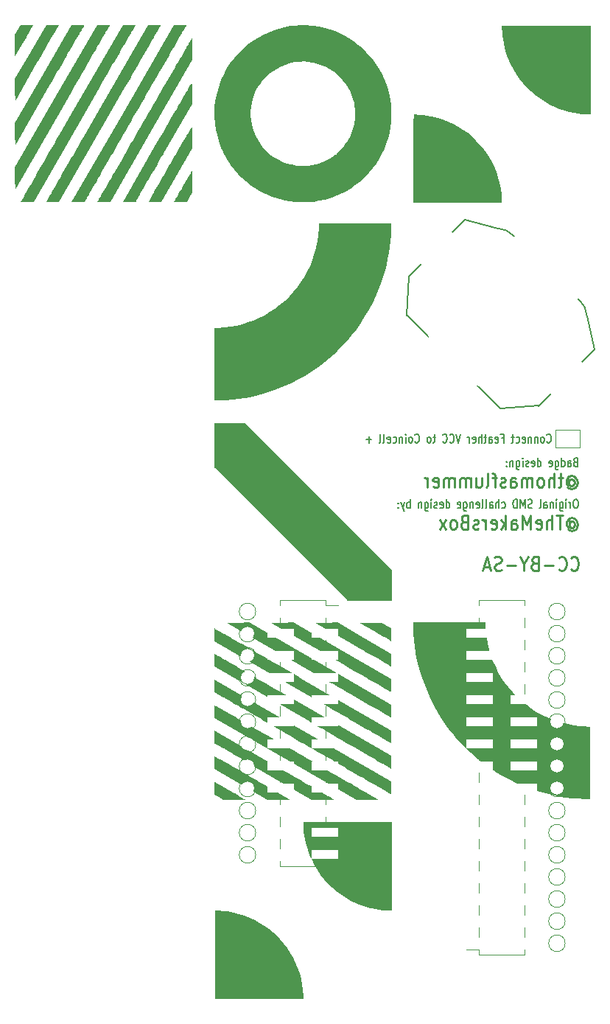
<source format=gbo>
G04 #@! TF.GenerationSoftware,KiCad,Pcbnew,(5.99.0-3978-g0efe073de)*
G04 #@! TF.CreationDate,2020-10-22T13:19:48-05:00*
G04 #@! TF.ProjectId,remoticon_badge,72656d6f-7469-4636-9f6e-5f6261646765,rev?*
G04 #@! TF.SameCoordinates,PX3072580PY307257e*
G04 #@! TF.FileFunction,Legend,Bot*
G04 #@! TF.FilePolarity,Positive*
%FSLAX46Y46*%
G04 Gerber Fmt 4.6, Leading zero omitted, Abs format (unit mm)*
G04 Created by KiCad (PCBNEW (5.99.0-3978-g0efe073de)) date 2020-10-22 13:19:48*
%MOMM*%
%LPD*%
G01*
G04 APERTURE LIST*
G04 Aperture macros list*
%AMRotRect*
0 Rectangle, with rotation*
0 The origin of the aperture is its center*
0 $1 length*
0 $2 width*
0 $3 Rotation angle, in degrees counterclockwise*
0 Add horizontal line*
21,1,$1,$2,0,0,$3*%
G04 Aperture macros list end*
%ADD10C,0.150000*%
%ADD11C,0.240000*%
%ADD12C,0.120000*%
%ADD13C,1.727200*%
%ADD14R,1.016000X1.016000*%
%ADD15C,1.500000*%
%ADD16R,0.400000X20.320000*%
%ADD17R,3.150000X1.000000*%
%ADD18RotRect,2.540000X5.080000X315.000000*%
%ADD19C,17.780000*%
G04 APERTURE END LIST*
D10*
X63618480Y-50369742D02*
X63656576Y-50417361D01*
X63770861Y-50464980D01*
X63847052Y-50464980D01*
X63961338Y-50417361D01*
X64037528Y-50322123D01*
X64075623Y-50226885D01*
X64113719Y-50036409D01*
X64113719Y-49893552D01*
X64075623Y-49703076D01*
X64037528Y-49607838D01*
X63961338Y-49512600D01*
X63847052Y-49464980D01*
X63770861Y-49464980D01*
X63656576Y-49512600D01*
X63618480Y-49560219D01*
X63161338Y-50464980D02*
X63237528Y-50417361D01*
X63275623Y-50369742D01*
X63313719Y-50274504D01*
X63313719Y-49988790D01*
X63275623Y-49893552D01*
X63237528Y-49845933D01*
X63161338Y-49798314D01*
X63047052Y-49798314D01*
X62970861Y-49845933D01*
X62932766Y-49893552D01*
X62894671Y-49988790D01*
X62894671Y-50274504D01*
X62932766Y-50369742D01*
X62970861Y-50417361D01*
X63047052Y-50464980D01*
X63161338Y-50464980D01*
X62551814Y-49798314D02*
X62551814Y-50464980D01*
X62551814Y-49893552D02*
X62513719Y-49845933D01*
X62437528Y-49798314D01*
X62323242Y-49798314D01*
X62247052Y-49845933D01*
X62208957Y-49941171D01*
X62208957Y-50464980D01*
X61828004Y-49798314D02*
X61828004Y-50464980D01*
X61828004Y-49893552D02*
X61789909Y-49845933D01*
X61713719Y-49798314D01*
X61599433Y-49798314D01*
X61523242Y-49845933D01*
X61485147Y-49941171D01*
X61485147Y-50464980D01*
X60799433Y-50417361D02*
X60875623Y-50464980D01*
X61028004Y-50464980D01*
X61104195Y-50417361D01*
X61142290Y-50322123D01*
X61142290Y-49941171D01*
X61104195Y-49845933D01*
X61028004Y-49798314D01*
X60875623Y-49798314D01*
X60799433Y-49845933D01*
X60761338Y-49941171D01*
X60761338Y-50036409D01*
X61142290Y-50131647D01*
X60075623Y-50417361D02*
X60151814Y-50464980D01*
X60304195Y-50464980D01*
X60380385Y-50417361D01*
X60418480Y-50369742D01*
X60456576Y-50274504D01*
X60456576Y-49988790D01*
X60418480Y-49893552D01*
X60380385Y-49845933D01*
X60304195Y-49798314D01*
X60151814Y-49798314D01*
X60075623Y-49845933D01*
X59847052Y-49798314D02*
X59542290Y-49798314D01*
X59732766Y-49464980D02*
X59732766Y-50322123D01*
X59694671Y-50417361D01*
X59618480Y-50464980D01*
X59542290Y-50464980D01*
X58399433Y-49941171D02*
X58666100Y-49941171D01*
X58666100Y-50464980D02*
X58666100Y-49464980D01*
X58285147Y-49464980D01*
X57675623Y-50417361D02*
X57751814Y-50464980D01*
X57904195Y-50464980D01*
X57980385Y-50417361D01*
X58018480Y-50322123D01*
X58018480Y-49941171D01*
X57980385Y-49845933D01*
X57904195Y-49798314D01*
X57751814Y-49798314D01*
X57675623Y-49845933D01*
X57637528Y-49941171D01*
X57637528Y-50036409D01*
X58018480Y-50131647D01*
X56951814Y-50464980D02*
X56951814Y-49941171D01*
X56989909Y-49845933D01*
X57066100Y-49798314D01*
X57218480Y-49798314D01*
X57294671Y-49845933D01*
X56951814Y-50417361D02*
X57028004Y-50464980D01*
X57218480Y-50464980D01*
X57294671Y-50417361D01*
X57332766Y-50322123D01*
X57332766Y-50226885D01*
X57294671Y-50131647D01*
X57218480Y-50084028D01*
X57028004Y-50084028D01*
X56951814Y-50036409D01*
X56685147Y-49798314D02*
X56380385Y-49798314D01*
X56570861Y-49464980D02*
X56570861Y-50322123D01*
X56532766Y-50417361D01*
X56456576Y-50464980D01*
X56380385Y-50464980D01*
X56113719Y-50464980D02*
X56113719Y-49464980D01*
X55770861Y-50464980D02*
X55770861Y-49941171D01*
X55808957Y-49845933D01*
X55885147Y-49798314D01*
X55999433Y-49798314D01*
X56075623Y-49845933D01*
X56113719Y-49893552D01*
X55085147Y-50417361D02*
X55161338Y-50464980D01*
X55313719Y-50464980D01*
X55389909Y-50417361D01*
X55428004Y-50322123D01*
X55428004Y-49941171D01*
X55389909Y-49845933D01*
X55313719Y-49798314D01*
X55161338Y-49798314D01*
X55085147Y-49845933D01*
X55047052Y-49941171D01*
X55047052Y-50036409D01*
X55428004Y-50131647D01*
X54704195Y-50464980D02*
X54704195Y-49798314D01*
X54704195Y-49988790D02*
X54666100Y-49893552D01*
X54628004Y-49845933D01*
X54551814Y-49798314D01*
X54475623Y-49798314D01*
X53713719Y-49464980D02*
X53447052Y-50464980D01*
X53180385Y-49464980D01*
X52456576Y-50369742D02*
X52494671Y-50417361D01*
X52608957Y-50464980D01*
X52685147Y-50464980D01*
X52799433Y-50417361D01*
X52875623Y-50322123D01*
X52913719Y-50226885D01*
X52951814Y-50036409D01*
X52951814Y-49893552D01*
X52913719Y-49703076D01*
X52875623Y-49607838D01*
X52799433Y-49512600D01*
X52685147Y-49464980D01*
X52608957Y-49464980D01*
X52494671Y-49512600D01*
X52456576Y-49560219D01*
X51656576Y-50369742D02*
X51694671Y-50417361D01*
X51808957Y-50464980D01*
X51885147Y-50464980D01*
X51999433Y-50417361D01*
X52075623Y-50322123D01*
X52113719Y-50226885D01*
X52151814Y-50036409D01*
X52151814Y-49893552D01*
X52113719Y-49703076D01*
X52075623Y-49607838D01*
X51999433Y-49512600D01*
X51885147Y-49464980D01*
X51808957Y-49464980D01*
X51694671Y-49512600D01*
X51656576Y-49560219D01*
X50818480Y-49798314D02*
X50513719Y-49798314D01*
X50704195Y-49464980D02*
X50704195Y-50322123D01*
X50666100Y-50417361D01*
X50589909Y-50464980D01*
X50513719Y-50464980D01*
X50132766Y-50464980D02*
X50208957Y-50417361D01*
X50247052Y-50369742D01*
X50285147Y-50274504D01*
X50285147Y-49988790D01*
X50247052Y-49893552D01*
X50208957Y-49845933D01*
X50132766Y-49798314D01*
X50018480Y-49798314D01*
X49942290Y-49845933D01*
X49904195Y-49893552D01*
X49866100Y-49988790D01*
X49866100Y-50274504D01*
X49904195Y-50369742D01*
X49942290Y-50417361D01*
X50018480Y-50464980D01*
X50132766Y-50464980D01*
X48456576Y-50369742D02*
X48494671Y-50417361D01*
X48608957Y-50464980D01*
X48685147Y-50464980D01*
X48799433Y-50417361D01*
X48875623Y-50322123D01*
X48913719Y-50226885D01*
X48951814Y-50036409D01*
X48951814Y-49893552D01*
X48913719Y-49703076D01*
X48875623Y-49607838D01*
X48799433Y-49512600D01*
X48685147Y-49464980D01*
X48608957Y-49464980D01*
X48494671Y-49512600D01*
X48456576Y-49560219D01*
X47999433Y-50464980D02*
X48075623Y-50417361D01*
X48113719Y-50369742D01*
X48151814Y-50274504D01*
X48151814Y-49988790D01*
X48113719Y-49893552D01*
X48075623Y-49845933D01*
X47999433Y-49798314D01*
X47885147Y-49798314D01*
X47808957Y-49845933D01*
X47770861Y-49893552D01*
X47732766Y-49988790D01*
X47732766Y-50274504D01*
X47770861Y-50369742D01*
X47808957Y-50417361D01*
X47885147Y-50464980D01*
X47999433Y-50464980D01*
X47389909Y-50464980D02*
X47389909Y-49798314D01*
X47389909Y-49464980D02*
X47428004Y-49512600D01*
X47389909Y-49560219D01*
X47351814Y-49512600D01*
X47389909Y-49464980D01*
X47389909Y-49560219D01*
X47008957Y-49798314D02*
X47008957Y-50464980D01*
X47008957Y-49893552D02*
X46970861Y-49845933D01*
X46894671Y-49798314D01*
X46780385Y-49798314D01*
X46704195Y-49845933D01*
X46666100Y-49941171D01*
X46666100Y-50464980D01*
X45942290Y-50417361D02*
X46018480Y-50464980D01*
X46170861Y-50464980D01*
X46247052Y-50417361D01*
X46285147Y-50369742D01*
X46323242Y-50274504D01*
X46323242Y-49988790D01*
X46285147Y-49893552D01*
X46247052Y-49845933D01*
X46170861Y-49798314D01*
X46018480Y-49798314D01*
X45942290Y-49845933D01*
X45294671Y-50417361D02*
X45370861Y-50464980D01*
X45523242Y-50464980D01*
X45599433Y-50417361D01*
X45637528Y-50322123D01*
X45637528Y-49941171D01*
X45599433Y-49845933D01*
X45523242Y-49798314D01*
X45370861Y-49798314D01*
X45294671Y-49845933D01*
X45256576Y-49941171D01*
X45256576Y-50036409D01*
X45637528Y-50131647D01*
X44799433Y-50464980D02*
X44875623Y-50417361D01*
X44913719Y-50322123D01*
X44913719Y-49464980D01*
X44380385Y-50464980D02*
X44456576Y-50417361D01*
X44494671Y-50322123D01*
X44494671Y-49464980D01*
X43466100Y-50084028D02*
X42856576Y-50084028D01*
X43161338Y-50464980D02*
X43161338Y-49703076D01*
D11*
X66169000Y-54786904D02*
X66235666Y-54710714D01*
X66369000Y-54634523D01*
X66502333Y-54634523D01*
X66635666Y-54710714D01*
X66702333Y-54786904D01*
X66769000Y-54939285D01*
X66769000Y-55091666D01*
X66702333Y-55244047D01*
X66635666Y-55320238D01*
X66502333Y-55396428D01*
X66369000Y-55396428D01*
X66235666Y-55320238D01*
X66169000Y-55244047D01*
X66169000Y-54634523D02*
X66169000Y-55244047D01*
X66102333Y-55320238D01*
X66035666Y-55320238D01*
X65902333Y-55244047D01*
X65835666Y-55091666D01*
X65835666Y-54710714D01*
X65969000Y-54482142D01*
X66169000Y-54329761D01*
X66435666Y-54253571D01*
X66702333Y-54329761D01*
X66902333Y-54482142D01*
X67035666Y-54710714D01*
X67102333Y-55015476D01*
X67035666Y-55320238D01*
X66902333Y-55548809D01*
X66702333Y-55701190D01*
X66435666Y-55777380D01*
X66169000Y-55701190D01*
X65969000Y-55548809D01*
X65435666Y-54482142D02*
X64902333Y-54482142D01*
X65235666Y-53948809D02*
X65235666Y-55320238D01*
X65169000Y-55472619D01*
X65035666Y-55548809D01*
X64902333Y-55548809D01*
X64435666Y-55548809D02*
X64435666Y-53948809D01*
X63835666Y-55548809D02*
X63835666Y-54710714D01*
X63902333Y-54558333D01*
X64035666Y-54482142D01*
X64235666Y-54482142D01*
X64369000Y-54558333D01*
X64435666Y-54634523D01*
X62969000Y-55548809D02*
X63102333Y-55472619D01*
X63169000Y-55396428D01*
X63235666Y-55244047D01*
X63235666Y-54786904D01*
X63169000Y-54634523D01*
X63102333Y-54558333D01*
X62969000Y-54482142D01*
X62769000Y-54482142D01*
X62635666Y-54558333D01*
X62569000Y-54634523D01*
X62502333Y-54786904D01*
X62502333Y-55244047D01*
X62569000Y-55396428D01*
X62635666Y-55472619D01*
X62769000Y-55548809D01*
X62969000Y-55548809D01*
X61902333Y-55548809D02*
X61902333Y-54482142D01*
X61902333Y-54634523D02*
X61835666Y-54558333D01*
X61702333Y-54482142D01*
X61502333Y-54482142D01*
X61369000Y-54558333D01*
X61302333Y-54710714D01*
X61302333Y-55548809D01*
X61302333Y-54710714D02*
X61235666Y-54558333D01*
X61102333Y-54482142D01*
X60902333Y-54482142D01*
X60769000Y-54558333D01*
X60702333Y-54710714D01*
X60702333Y-55548809D01*
X59435666Y-55548809D02*
X59435666Y-54710714D01*
X59502333Y-54558333D01*
X59635666Y-54482142D01*
X59902333Y-54482142D01*
X60035666Y-54558333D01*
X59435666Y-55472619D02*
X59569000Y-55548809D01*
X59902333Y-55548809D01*
X60035666Y-55472619D01*
X60102333Y-55320238D01*
X60102333Y-55167857D01*
X60035666Y-55015476D01*
X59902333Y-54939285D01*
X59569000Y-54939285D01*
X59435666Y-54863095D01*
X58835666Y-55472619D02*
X58702333Y-55548809D01*
X58435666Y-55548809D01*
X58302333Y-55472619D01*
X58235666Y-55320238D01*
X58235666Y-55244047D01*
X58302333Y-55091666D01*
X58435666Y-55015476D01*
X58635666Y-55015476D01*
X58769000Y-54939285D01*
X58835666Y-54786904D01*
X58835666Y-54710714D01*
X58769000Y-54558333D01*
X58635666Y-54482142D01*
X58435666Y-54482142D01*
X58302333Y-54558333D01*
X57835666Y-54482142D02*
X57302333Y-54482142D01*
X57635666Y-55548809D02*
X57635666Y-54177380D01*
X57569000Y-54025000D01*
X57435666Y-53948809D01*
X57302333Y-53948809D01*
X56635666Y-55548809D02*
X56769000Y-55472619D01*
X56835666Y-55320238D01*
X56835666Y-53948809D01*
X55502333Y-54482142D02*
X55502333Y-55548809D01*
X56102333Y-54482142D02*
X56102333Y-55320238D01*
X56035666Y-55472619D01*
X55902333Y-55548809D01*
X55702333Y-55548809D01*
X55569000Y-55472619D01*
X55502333Y-55396428D01*
X54835666Y-55548809D02*
X54835666Y-54482142D01*
X54835666Y-54634523D02*
X54769000Y-54558333D01*
X54635666Y-54482142D01*
X54435666Y-54482142D01*
X54302333Y-54558333D01*
X54235666Y-54710714D01*
X54235666Y-55548809D01*
X54235666Y-54710714D02*
X54169000Y-54558333D01*
X54035666Y-54482142D01*
X53835666Y-54482142D01*
X53702333Y-54558333D01*
X53635666Y-54710714D01*
X53635666Y-55548809D01*
X52969000Y-55548809D02*
X52969000Y-54482142D01*
X52969000Y-54634523D02*
X52902333Y-54558333D01*
X52769000Y-54482142D01*
X52569000Y-54482142D01*
X52435666Y-54558333D01*
X52369000Y-54710714D01*
X52369000Y-55548809D01*
X52369000Y-54710714D02*
X52302333Y-54558333D01*
X52169000Y-54482142D01*
X51969000Y-54482142D01*
X51835666Y-54558333D01*
X51769000Y-54710714D01*
X51769000Y-55548809D01*
X50569000Y-55472619D02*
X50702333Y-55548809D01*
X50969000Y-55548809D01*
X51102333Y-55472619D01*
X51169000Y-55320238D01*
X51169000Y-54710714D01*
X51102333Y-54558333D01*
X50969000Y-54482142D01*
X50702333Y-54482142D01*
X50569000Y-54558333D01*
X50502333Y-54710714D01*
X50502333Y-54863095D01*
X51169000Y-55015476D01*
X49902333Y-55548809D02*
X49902333Y-54482142D01*
X49902333Y-54786904D02*
X49835666Y-54634523D01*
X49769000Y-54558333D01*
X49635666Y-54482142D01*
X49502333Y-54482142D01*
D10*
X66895357Y-52678571D02*
X66781071Y-52726190D01*
X66742976Y-52773809D01*
X66704880Y-52869047D01*
X66704880Y-53011904D01*
X66742976Y-53107142D01*
X66781071Y-53154761D01*
X66857261Y-53202380D01*
X67162023Y-53202380D01*
X67162023Y-52202380D01*
X66895357Y-52202380D01*
X66819166Y-52250000D01*
X66781071Y-52297619D01*
X66742976Y-52392857D01*
X66742976Y-52488095D01*
X66781071Y-52583333D01*
X66819166Y-52630952D01*
X66895357Y-52678571D01*
X67162023Y-52678571D01*
X66019166Y-53202380D02*
X66019166Y-52678571D01*
X66057261Y-52583333D01*
X66133452Y-52535714D01*
X66285833Y-52535714D01*
X66362023Y-52583333D01*
X66019166Y-53154761D02*
X66095357Y-53202380D01*
X66285833Y-53202380D01*
X66362023Y-53154761D01*
X66400119Y-53059523D01*
X66400119Y-52964285D01*
X66362023Y-52869047D01*
X66285833Y-52821428D01*
X66095357Y-52821428D01*
X66019166Y-52773809D01*
X65295357Y-53202380D02*
X65295357Y-52202380D01*
X65295357Y-53154761D02*
X65371547Y-53202380D01*
X65523928Y-53202380D01*
X65600119Y-53154761D01*
X65638214Y-53107142D01*
X65676309Y-53011904D01*
X65676309Y-52726190D01*
X65638214Y-52630952D01*
X65600119Y-52583333D01*
X65523928Y-52535714D01*
X65371547Y-52535714D01*
X65295357Y-52583333D01*
X64571547Y-52535714D02*
X64571547Y-53345238D01*
X64609642Y-53440476D01*
X64647738Y-53488095D01*
X64723928Y-53535714D01*
X64838214Y-53535714D01*
X64914404Y-53488095D01*
X64571547Y-53154761D02*
X64647738Y-53202380D01*
X64800119Y-53202380D01*
X64876309Y-53154761D01*
X64914404Y-53107142D01*
X64952500Y-53011904D01*
X64952500Y-52726190D01*
X64914404Y-52630952D01*
X64876309Y-52583333D01*
X64800119Y-52535714D01*
X64647738Y-52535714D01*
X64571547Y-52583333D01*
X63885833Y-53154761D02*
X63962023Y-53202380D01*
X64114404Y-53202380D01*
X64190595Y-53154761D01*
X64228690Y-53059523D01*
X64228690Y-52678571D01*
X64190595Y-52583333D01*
X64114404Y-52535714D01*
X63962023Y-52535714D01*
X63885833Y-52583333D01*
X63847738Y-52678571D01*
X63847738Y-52773809D01*
X64228690Y-52869047D01*
X62552500Y-53202380D02*
X62552500Y-52202380D01*
X62552500Y-53154761D02*
X62628690Y-53202380D01*
X62781071Y-53202380D01*
X62857261Y-53154761D01*
X62895357Y-53107142D01*
X62933452Y-53011904D01*
X62933452Y-52726190D01*
X62895357Y-52630952D01*
X62857261Y-52583333D01*
X62781071Y-52535714D01*
X62628690Y-52535714D01*
X62552500Y-52583333D01*
X61866785Y-53154761D02*
X61942976Y-53202380D01*
X62095357Y-53202380D01*
X62171547Y-53154761D01*
X62209642Y-53059523D01*
X62209642Y-52678571D01*
X62171547Y-52583333D01*
X62095357Y-52535714D01*
X61942976Y-52535714D01*
X61866785Y-52583333D01*
X61828690Y-52678571D01*
X61828690Y-52773809D01*
X62209642Y-52869047D01*
X61523928Y-53154761D02*
X61447738Y-53202380D01*
X61295357Y-53202380D01*
X61219166Y-53154761D01*
X61181071Y-53059523D01*
X61181071Y-53011904D01*
X61219166Y-52916666D01*
X61295357Y-52869047D01*
X61409642Y-52869047D01*
X61485833Y-52821428D01*
X61523928Y-52726190D01*
X61523928Y-52678571D01*
X61485833Y-52583333D01*
X61409642Y-52535714D01*
X61295357Y-52535714D01*
X61219166Y-52583333D01*
X60838214Y-53202380D02*
X60838214Y-52535714D01*
X60838214Y-52202380D02*
X60876309Y-52250000D01*
X60838214Y-52297619D01*
X60800119Y-52250000D01*
X60838214Y-52202380D01*
X60838214Y-52297619D01*
X60114404Y-52535714D02*
X60114404Y-53345238D01*
X60152500Y-53440476D01*
X60190595Y-53488095D01*
X60266785Y-53535714D01*
X60381071Y-53535714D01*
X60457261Y-53488095D01*
X60114404Y-53154761D02*
X60190595Y-53202380D01*
X60342976Y-53202380D01*
X60419166Y-53154761D01*
X60457261Y-53107142D01*
X60495357Y-53011904D01*
X60495357Y-52726190D01*
X60457261Y-52630952D01*
X60419166Y-52583333D01*
X60342976Y-52535714D01*
X60190595Y-52535714D01*
X60114404Y-52583333D01*
X59733452Y-52535714D02*
X59733452Y-53202380D01*
X59733452Y-52630952D02*
X59695357Y-52583333D01*
X59619166Y-52535714D01*
X59504880Y-52535714D01*
X59428690Y-52583333D01*
X59390595Y-52678571D01*
X59390595Y-53202380D01*
X59009642Y-53107142D02*
X58971547Y-53154761D01*
X59009642Y-53202380D01*
X59047738Y-53154761D01*
X59009642Y-53107142D01*
X59009642Y-53202380D01*
X59009642Y-52583333D02*
X58971547Y-52630952D01*
X59009642Y-52678571D01*
X59047738Y-52630952D01*
X59009642Y-52583333D01*
X59009642Y-52678571D01*
D11*
X66385666Y-64996428D02*
X66452333Y-65072619D01*
X66652333Y-65148809D01*
X66785666Y-65148809D01*
X66985666Y-65072619D01*
X67119000Y-64920238D01*
X67185666Y-64767857D01*
X67252333Y-64463095D01*
X67252333Y-64234523D01*
X67185666Y-63929761D01*
X67119000Y-63777380D01*
X66985666Y-63625000D01*
X66785666Y-63548809D01*
X66652333Y-63548809D01*
X66452333Y-63625000D01*
X66385666Y-63701190D01*
X64985666Y-64996428D02*
X65052333Y-65072619D01*
X65252333Y-65148809D01*
X65385666Y-65148809D01*
X65585666Y-65072619D01*
X65719000Y-64920238D01*
X65785666Y-64767857D01*
X65852333Y-64463095D01*
X65852333Y-64234523D01*
X65785666Y-63929761D01*
X65719000Y-63777380D01*
X65585666Y-63625000D01*
X65385666Y-63548809D01*
X65252333Y-63548809D01*
X65052333Y-63625000D01*
X64985666Y-63701190D01*
X64385666Y-64539285D02*
X63319000Y-64539285D01*
X62185666Y-64310714D02*
X61985666Y-64386904D01*
X61919000Y-64463095D01*
X61852333Y-64615476D01*
X61852333Y-64844047D01*
X61919000Y-64996428D01*
X61985666Y-65072619D01*
X62119000Y-65148809D01*
X62652333Y-65148809D01*
X62652333Y-63548809D01*
X62185666Y-63548809D01*
X62052333Y-63625000D01*
X61985666Y-63701190D01*
X61919000Y-63853571D01*
X61919000Y-64005952D01*
X61985666Y-64158333D01*
X62052333Y-64234523D01*
X62185666Y-64310714D01*
X62652333Y-64310714D01*
X60985666Y-64386904D02*
X60985666Y-65148809D01*
X61452333Y-63548809D02*
X60985666Y-64386904D01*
X60519000Y-63548809D01*
X60052333Y-64539285D02*
X58985666Y-64539285D01*
X58385666Y-65072619D02*
X58185666Y-65148809D01*
X57852333Y-65148809D01*
X57719000Y-65072619D01*
X57652333Y-64996428D01*
X57585666Y-64844047D01*
X57585666Y-64691666D01*
X57652333Y-64539285D01*
X57719000Y-64463095D01*
X57852333Y-64386904D01*
X58119000Y-64310714D01*
X58252333Y-64234523D01*
X58319000Y-64158333D01*
X58385666Y-64005952D01*
X58385666Y-63853571D01*
X58319000Y-63701190D01*
X58252333Y-63625000D01*
X58119000Y-63548809D01*
X57785666Y-63548809D01*
X57585666Y-63625000D01*
X57052333Y-64691666D02*
X56385666Y-64691666D01*
X57185666Y-65148809D02*
X56719000Y-63548809D01*
X56252333Y-65148809D01*
D10*
X67009642Y-56977380D02*
X66857261Y-56977380D01*
X66781071Y-57025000D01*
X66704880Y-57120238D01*
X66666785Y-57310714D01*
X66666785Y-57644047D01*
X66704880Y-57834523D01*
X66781071Y-57929761D01*
X66857261Y-57977380D01*
X67009642Y-57977380D01*
X67085833Y-57929761D01*
X67162023Y-57834523D01*
X67200119Y-57644047D01*
X67200119Y-57310714D01*
X67162023Y-57120238D01*
X67085833Y-57025000D01*
X67009642Y-56977380D01*
X66323928Y-57977380D02*
X66323928Y-57310714D01*
X66323928Y-57501190D02*
X66285833Y-57405952D01*
X66247738Y-57358333D01*
X66171547Y-57310714D01*
X66095357Y-57310714D01*
X65828690Y-57977380D02*
X65828690Y-57310714D01*
X65828690Y-56977380D02*
X65866785Y-57025000D01*
X65828690Y-57072619D01*
X65790595Y-57025000D01*
X65828690Y-56977380D01*
X65828690Y-57072619D01*
X65104880Y-57310714D02*
X65104880Y-58120238D01*
X65142976Y-58215476D01*
X65181071Y-58263095D01*
X65257261Y-58310714D01*
X65371547Y-58310714D01*
X65447738Y-58263095D01*
X65104880Y-57929761D02*
X65181071Y-57977380D01*
X65333452Y-57977380D01*
X65409642Y-57929761D01*
X65447738Y-57882142D01*
X65485833Y-57786904D01*
X65485833Y-57501190D01*
X65447738Y-57405952D01*
X65409642Y-57358333D01*
X65333452Y-57310714D01*
X65181071Y-57310714D01*
X65104880Y-57358333D01*
X64723928Y-57977380D02*
X64723928Y-57310714D01*
X64723928Y-56977380D02*
X64762023Y-57025000D01*
X64723928Y-57072619D01*
X64685833Y-57025000D01*
X64723928Y-56977380D01*
X64723928Y-57072619D01*
X64342976Y-57310714D02*
X64342976Y-57977380D01*
X64342976Y-57405952D02*
X64304880Y-57358333D01*
X64228690Y-57310714D01*
X64114404Y-57310714D01*
X64038214Y-57358333D01*
X64000119Y-57453571D01*
X64000119Y-57977380D01*
X63276309Y-57977380D02*
X63276309Y-57453571D01*
X63314404Y-57358333D01*
X63390595Y-57310714D01*
X63542976Y-57310714D01*
X63619166Y-57358333D01*
X63276309Y-57929761D02*
X63352500Y-57977380D01*
X63542976Y-57977380D01*
X63619166Y-57929761D01*
X63657261Y-57834523D01*
X63657261Y-57739285D01*
X63619166Y-57644047D01*
X63542976Y-57596428D01*
X63352500Y-57596428D01*
X63276309Y-57548809D01*
X62781071Y-57977380D02*
X62857261Y-57929761D01*
X62895357Y-57834523D01*
X62895357Y-56977380D01*
X61904880Y-57929761D02*
X61790595Y-57977380D01*
X61600119Y-57977380D01*
X61523928Y-57929761D01*
X61485833Y-57882142D01*
X61447738Y-57786904D01*
X61447738Y-57691666D01*
X61485833Y-57596428D01*
X61523928Y-57548809D01*
X61600119Y-57501190D01*
X61752500Y-57453571D01*
X61828690Y-57405952D01*
X61866785Y-57358333D01*
X61904880Y-57263095D01*
X61904880Y-57167857D01*
X61866785Y-57072619D01*
X61828690Y-57025000D01*
X61752500Y-56977380D01*
X61562023Y-56977380D01*
X61447738Y-57025000D01*
X61104880Y-57977380D02*
X61104880Y-56977380D01*
X60838214Y-57691666D01*
X60571547Y-56977380D01*
X60571547Y-57977380D01*
X60190595Y-57977380D02*
X60190595Y-56977380D01*
X60000119Y-56977380D01*
X59885833Y-57025000D01*
X59809642Y-57120238D01*
X59771547Y-57215476D01*
X59733452Y-57405952D01*
X59733452Y-57548809D01*
X59771547Y-57739285D01*
X59809642Y-57834523D01*
X59885833Y-57929761D01*
X60000119Y-57977380D01*
X60190595Y-57977380D01*
X58438214Y-57929761D02*
X58514404Y-57977380D01*
X58666785Y-57977380D01*
X58742976Y-57929761D01*
X58781071Y-57882142D01*
X58819166Y-57786904D01*
X58819166Y-57501190D01*
X58781071Y-57405952D01*
X58742976Y-57358333D01*
X58666785Y-57310714D01*
X58514404Y-57310714D01*
X58438214Y-57358333D01*
X58095357Y-57977380D02*
X58095357Y-56977380D01*
X57752500Y-57977380D02*
X57752500Y-57453571D01*
X57790595Y-57358333D01*
X57866785Y-57310714D01*
X57981071Y-57310714D01*
X58057261Y-57358333D01*
X58095357Y-57405952D01*
X57028690Y-57977380D02*
X57028690Y-57453571D01*
X57066785Y-57358333D01*
X57142976Y-57310714D01*
X57295357Y-57310714D01*
X57371547Y-57358333D01*
X57028690Y-57929761D02*
X57104880Y-57977380D01*
X57295357Y-57977380D01*
X57371547Y-57929761D01*
X57409642Y-57834523D01*
X57409642Y-57739285D01*
X57371547Y-57644047D01*
X57295357Y-57596428D01*
X57104880Y-57596428D01*
X57028690Y-57548809D01*
X56533452Y-57977380D02*
X56609642Y-57929761D01*
X56647738Y-57834523D01*
X56647738Y-56977380D01*
X56114404Y-57977380D02*
X56190595Y-57929761D01*
X56228690Y-57834523D01*
X56228690Y-56977380D01*
X55504880Y-57929761D02*
X55581071Y-57977380D01*
X55733452Y-57977380D01*
X55809642Y-57929761D01*
X55847738Y-57834523D01*
X55847738Y-57453571D01*
X55809642Y-57358333D01*
X55733452Y-57310714D01*
X55581071Y-57310714D01*
X55504880Y-57358333D01*
X55466785Y-57453571D01*
X55466785Y-57548809D01*
X55847738Y-57644047D01*
X55123928Y-57310714D02*
X55123928Y-57977380D01*
X55123928Y-57405952D02*
X55085833Y-57358333D01*
X55009642Y-57310714D01*
X54895357Y-57310714D01*
X54819166Y-57358333D01*
X54781071Y-57453571D01*
X54781071Y-57977380D01*
X54057261Y-57310714D02*
X54057261Y-58120238D01*
X54095357Y-58215476D01*
X54133452Y-58263095D01*
X54209642Y-58310714D01*
X54323928Y-58310714D01*
X54400119Y-58263095D01*
X54057261Y-57929761D02*
X54133452Y-57977380D01*
X54285833Y-57977380D01*
X54362023Y-57929761D01*
X54400119Y-57882142D01*
X54438214Y-57786904D01*
X54438214Y-57501190D01*
X54400119Y-57405952D01*
X54362023Y-57358333D01*
X54285833Y-57310714D01*
X54133452Y-57310714D01*
X54057261Y-57358333D01*
X53371547Y-57929761D02*
X53447738Y-57977380D01*
X53600119Y-57977380D01*
X53676309Y-57929761D01*
X53714404Y-57834523D01*
X53714404Y-57453571D01*
X53676309Y-57358333D01*
X53600119Y-57310714D01*
X53447738Y-57310714D01*
X53371547Y-57358333D01*
X53333452Y-57453571D01*
X53333452Y-57548809D01*
X53714404Y-57644047D01*
X52038214Y-57977380D02*
X52038214Y-56977380D01*
X52038214Y-57929761D02*
X52114404Y-57977380D01*
X52266785Y-57977380D01*
X52342976Y-57929761D01*
X52381071Y-57882142D01*
X52419166Y-57786904D01*
X52419166Y-57501190D01*
X52381071Y-57405952D01*
X52342976Y-57358333D01*
X52266785Y-57310714D01*
X52114404Y-57310714D01*
X52038214Y-57358333D01*
X51352500Y-57929761D02*
X51428690Y-57977380D01*
X51581071Y-57977380D01*
X51657261Y-57929761D01*
X51695357Y-57834523D01*
X51695357Y-57453571D01*
X51657261Y-57358333D01*
X51581071Y-57310714D01*
X51428690Y-57310714D01*
X51352500Y-57358333D01*
X51314404Y-57453571D01*
X51314404Y-57548809D01*
X51695357Y-57644047D01*
X51009642Y-57929761D02*
X50933452Y-57977380D01*
X50781071Y-57977380D01*
X50704880Y-57929761D01*
X50666785Y-57834523D01*
X50666785Y-57786904D01*
X50704880Y-57691666D01*
X50781071Y-57644047D01*
X50895357Y-57644047D01*
X50971547Y-57596428D01*
X51009642Y-57501190D01*
X51009642Y-57453571D01*
X50971547Y-57358333D01*
X50895357Y-57310714D01*
X50781071Y-57310714D01*
X50704880Y-57358333D01*
X50323928Y-57977380D02*
X50323928Y-57310714D01*
X50323928Y-56977380D02*
X50362023Y-57025000D01*
X50323928Y-57072619D01*
X50285833Y-57025000D01*
X50323928Y-56977380D01*
X50323928Y-57072619D01*
X49600119Y-57310714D02*
X49600119Y-58120238D01*
X49638214Y-58215476D01*
X49676309Y-58263095D01*
X49752500Y-58310714D01*
X49866785Y-58310714D01*
X49942976Y-58263095D01*
X49600119Y-57929761D02*
X49676309Y-57977380D01*
X49828690Y-57977380D01*
X49904880Y-57929761D01*
X49942976Y-57882142D01*
X49981071Y-57786904D01*
X49981071Y-57501190D01*
X49942976Y-57405952D01*
X49904880Y-57358333D01*
X49828690Y-57310714D01*
X49676309Y-57310714D01*
X49600119Y-57358333D01*
X49219166Y-57310714D02*
X49219166Y-57977380D01*
X49219166Y-57405952D02*
X49181071Y-57358333D01*
X49104880Y-57310714D01*
X48990595Y-57310714D01*
X48914404Y-57358333D01*
X48876309Y-57453571D01*
X48876309Y-57977380D01*
X47885833Y-57977380D02*
X47885833Y-56977380D01*
X47885833Y-57358333D02*
X47809642Y-57310714D01*
X47657261Y-57310714D01*
X47581071Y-57358333D01*
X47542976Y-57405952D01*
X47504880Y-57501190D01*
X47504880Y-57786904D01*
X47542976Y-57882142D01*
X47581071Y-57929761D01*
X47657261Y-57977380D01*
X47809642Y-57977380D01*
X47885833Y-57929761D01*
X47238214Y-57310714D02*
X47047738Y-57977380D01*
X46857261Y-57310714D02*
X47047738Y-57977380D01*
X47123928Y-58215476D01*
X47162023Y-58263095D01*
X47238214Y-58310714D01*
X46552500Y-57882142D02*
X46514404Y-57929761D01*
X46552500Y-57977380D01*
X46590595Y-57929761D01*
X46552500Y-57882142D01*
X46552500Y-57977380D01*
X46552500Y-57358333D02*
X46514404Y-57405952D01*
X46552500Y-57453571D01*
X46590595Y-57405952D01*
X46552500Y-57358333D01*
X46552500Y-57453571D01*
D11*
X66219000Y-59611904D02*
X66285666Y-59535714D01*
X66419000Y-59459523D01*
X66552333Y-59459523D01*
X66685666Y-59535714D01*
X66752333Y-59611904D01*
X66819000Y-59764285D01*
X66819000Y-59916666D01*
X66752333Y-60069047D01*
X66685666Y-60145238D01*
X66552333Y-60221428D01*
X66419000Y-60221428D01*
X66285666Y-60145238D01*
X66219000Y-60069047D01*
X66219000Y-59459523D02*
X66219000Y-60069047D01*
X66152333Y-60145238D01*
X66085666Y-60145238D01*
X65952333Y-60069047D01*
X65885666Y-59916666D01*
X65885666Y-59535714D01*
X66019000Y-59307142D01*
X66219000Y-59154761D01*
X66485666Y-59078571D01*
X66752333Y-59154761D01*
X66952333Y-59307142D01*
X67085666Y-59535714D01*
X67152333Y-59840476D01*
X67085666Y-60145238D01*
X66952333Y-60373809D01*
X66752333Y-60526190D01*
X66485666Y-60602380D01*
X66219000Y-60526190D01*
X66019000Y-60373809D01*
X65485666Y-58773809D02*
X64685666Y-58773809D01*
X65085666Y-60373809D02*
X65085666Y-58773809D01*
X64219000Y-60373809D02*
X64219000Y-58773809D01*
X63619000Y-60373809D02*
X63619000Y-59535714D01*
X63685666Y-59383333D01*
X63819000Y-59307142D01*
X64019000Y-59307142D01*
X64152333Y-59383333D01*
X64219000Y-59459523D01*
X62419000Y-60297619D02*
X62552333Y-60373809D01*
X62819000Y-60373809D01*
X62952333Y-60297619D01*
X63019000Y-60145238D01*
X63019000Y-59535714D01*
X62952333Y-59383333D01*
X62819000Y-59307142D01*
X62552333Y-59307142D01*
X62419000Y-59383333D01*
X62352333Y-59535714D01*
X62352333Y-59688095D01*
X63019000Y-59840476D01*
X61752333Y-60373809D02*
X61752333Y-58773809D01*
X61285666Y-59916666D01*
X60819000Y-58773809D01*
X60819000Y-60373809D01*
X59552333Y-60373809D02*
X59552333Y-59535714D01*
X59619000Y-59383333D01*
X59752333Y-59307142D01*
X60019000Y-59307142D01*
X60152333Y-59383333D01*
X59552333Y-60297619D02*
X59685666Y-60373809D01*
X60019000Y-60373809D01*
X60152333Y-60297619D01*
X60219000Y-60145238D01*
X60219000Y-59992857D01*
X60152333Y-59840476D01*
X60019000Y-59764285D01*
X59685666Y-59764285D01*
X59552333Y-59688095D01*
X58885666Y-60373809D02*
X58885666Y-58773809D01*
X58752333Y-59764285D02*
X58352333Y-60373809D01*
X58352333Y-59307142D02*
X58885666Y-59916666D01*
X57219000Y-60297619D02*
X57352333Y-60373809D01*
X57619000Y-60373809D01*
X57752333Y-60297619D01*
X57819000Y-60145238D01*
X57819000Y-59535714D01*
X57752333Y-59383333D01*
X57619000Y-59307142D01*
X57352333Y-59307142D01*
X57219000Y-59383333D01*
X57152333Y-59535714D01*
X57152333Y-59688095D01*
X57819000Y-59840476D01*
X56552333Y-60373809D02*
X56552333Y-59307142D01*
X56552333Y-59611904D02*
X56485666Y-59459523D01*
X56419000Y-59383333D01*
X56285666Y-59307142D01*
X56152333Y-59307142D01*
X55752333Y-60297619D02*
X55619000Y-60373809D01*
X55352333Y-60373809D01*
X55219000Y-60297619D01*
X55152333Y-60145238D01*
X55152333Y-60069047D01*
X55219000Y-59916666D01*
X55352333Y-59840476D01*
X55552333Y-59840476D01*
X55685666Y-59764285D01*
X55752333Y-59611904D01*
X55752333Y-59535714D01*
X55685666Y-59383333D01*
X55552333Y-59307142D01*
X55352333Y-59307142D01*
X55219000Y-59383333D01*
X54085666Y-59535714D02*
X53885666Y-59611904D01*
X53819000Y-59688095D01*
X53752333Y-59840476D01*
X53752333Y-60069047D01*
X53819000Y-60221428D01*
X53885666Y-60297619D01*
X54019000Y-60373809D01*
X54552333Y-60373809D01*
X54552333Y-58773809D01*
X54085666Y-58773809D01*
X53952333Y-58850000D01*
X53885666Y-58926190D01*
X53819000Y-59078571D01*
X53819000Y-59230952D01*
X53885666Y-59383333D01*
X53952333Y-59459523D01*
X54085666Y-59535714D01*
X54552333Y-59535714D01*
X52952333Y-60373809D02*
X53085666Y-60297619D01*
X53152333Y-60221428D01*
X53219000Y-60069047D01*
X53219000Y-59611904D01*
X53152333Y-59459523D01*
X53085666Y-59383333D01*
X52952333Y-59307142D01*
X52752333Y-59307142D01*
X52619000Y-59383333D01*
X52552333Y-59459523D01*
X52485666Y-59611904D01*
X52485666Y-60069047D01*
X52552333Y-60221428D01*
X52619000Y-60297619D01*
X52752333Y-60373809D01*
X52952333Y-60373809D01*
X52019000Y-60373809D02*
X51285666Y-59307142D01*
X52019000Y-59307142D02*
X51285666Y-60373809D01*
D10*
G04 #@! TO.C,*
D12*
G04 #@! TO.C,TP6*
X30160000Y-97790000D02*
G75*
G03*
X30160000Y-97790000I-950000J0D01*
G01*
G04 #@! TO.C,*
G36*
X25542593Y-104193206D02*
G01*
X25651576Y-104197553D01*
X25787518Y-104204568D01*
X25940812Y-104213617D01*
X26101853Y-104224065D01*
X26261033Y-104235279D01*
X26408745Y-104246625D01*
X26535383Y-104257467D01*
X26631340Y-104267172D01*
X26943248Y-104307965D01*
X27587129Y-104423315D01*
X28218755Y-104578755D01*
X28836626Y-104773559D01*
X29439240Y-105007001D01*
X30025097Y-105278355D01*
X30592695Y-105586894D01*
X31140533Y-105931892D01*
X31667110Y-106312625D01*
X32170926Y-106728365D01*
X32650478Y-107178387D01*
X32973699Y-107516602D01*
X33398631Y-108012812D01*
X33788874Y-108532166D01*
X34143714Y-109073036D01*
X34462440Y-109633792D01*
X34744339Y-110212804D01*
X34988699Y-110808444D01*
X35194809Y-111419081D01*
X35361956Y-112043087D01*
X35489428Y-112678831D01*
X35576513Y-113324685D01*
X35622499Y-113979020D01*
X35625946Y-114069191D01*
X35629750Y-114168992D01*
X35632793Y-114249120D01*
X35637002Y-114360337D01*
X25468528Y-114360337D01*
X25468528Y-109276101D01*
X25468547Y-108880883D01*
X25468641Y-108342514D01*
X25468823Y-107844234D01*
X25469099Y-107384694D01*
X25469477Y-106962544D01*
X25469962Y-106576435D01*
X25470563Y-106225018D01*
X25471286Y-105906943D01*
X25472138Y-105620860D01*
X25473126Y-105365421D01*
X25474258Y-105139277D01*
X25475541Y-104941077D01*
X25476981Y-104769472D01*
X25478585Y-104623114D01*
X25480360Y-104500652D01*
X25482314Y-104400738D01*
X25484454Y-104322022D01*
X25486786Y-104263155D01*
X25489318Y-104222787D01*
X25492057Y-104199569D01*
X25495009Y-104192152D01*
X25542593Y-104193206D01*
G37*
G36*
X45805476Y-104191864D02*
G01*
X45524783Y-104191645D01*
X45223823Y-104184247D01*
X44804696Y-104153479D01*
X44367238Y-104100218D01*
X43920387Y-104025996D01*
X43473083Y-103932344D01*
X43034265Y-103820792D01*
X42612873Y-103692872D01*
X42241842Y-103561762D01*
X41667199Y-103325626D01*
X41105647Y-103054635D01*
X40562842Y-102751804D01*
X40044441Y-102420150D01*
X39556101Y-102062691D01*
X39452085Y-101980139D01*
X38949708Y-101549602D01*
X38478678Y-101091304D01*
X38039900Y-100606528D01*
X37634278Y-100096554D01*
X37262717Y-99562667D01*
X36926122Y-99006148D01*
X36625398Y-98428279D01*
X36361449Y-97830343D01*
X36135180Y-97213623D01*
X36036345Y-96894444D01*
X35920767Y-96457877D01*
X35822735Y-96009862D01*
X35743796Y-95559488D01*
X35685497Y-95115846D01*
X35649383Y-94688026D01*
X35637002Y-94285118D01*
X35637002Y-94023390D01*
X45805476Y-94023390D01*
X45805476Y-104191864D01*
G37*
G04 #@! TO.C,TP3*
X65720000Y-102870000D02*
G75*
G03*
X65720000Y-102870000I-950000J0D01*
G01*
G04 #@! TO.C,*
G36*
X25707216Y-74877108D02*
G01*
X25736272Y-74893918D01*
X25803410Y-74932718D01*
X25905198Y-74991522D01*
X26040533Y-75069693D01*
X26208311Y-75166593D01*
X26407431Y-75281586D01*
X26636789Y-75414035D01*
X26895283Y-75563304D01*
X27181809Y-75728755D01*
X27495266Y-75909753D01*
X27834549Y-76105660D01*
X28198557Y-76315839D01*
X28586186Y-76539654D01*
X28996335Y-76776468D01*
X29427899Y-77025644D01*
X29879776Y-77286546D01*
X30350863Y-77558537D01*
X30840058Y-77840980D01*
X31346258Y-78133238D01*
X31868360Y-78434675D01*
X32405261Y-78744653D01*
X32955858Y-79062537D01*
X33519049Y-79387688D01*
X34093730Y-79719472D01*
X34678799Y-80057250D01*
X35273153Y-80400387D01*
X35875690Y-80748244D01*
X45742287Y-86444430D01*
X45742287Y-87173767D01*
X45742260Y-87284835D01*
X45741985Y-87458578D01*
X45741240Y-87596210D01*
X45739814Y-87701785D01*
X45737499Y-87779358D01*
X45734083Y-87832981D01*
X45729357Y-87866708D01*
X45723110Y-87884594D01*
X45715133Y-87890692D01*
X45705215Y-87889055D01*
X45702976Y-87887893D01*
X45671983Y-87870439D01*
X45605657Y-87832580D01*
X45505051Y-87774923D01*
X45371214Y-87698072D01*
X45205197Y-87602634D01*
X45008048Y-87489213D01*
X44780820Y-87358415D01*
X44524562Y-87210846D01*
X44240323Y-87047111D01*
X43929156Y-86867817D01*
X43592109Y-86673568D01*
X43230232Y-86464970D01*
X42844577Y-86242628D01*
X42436193Y-86007149D01*
X42006131Y-85759137D01*
X41555440Y-85499199D01*
X41085172Y-85227939D01*
X40596375Y-84945964D01*
X40090101Y-84653879D01*
X39567400Y-84352289D01*
X39029321Y-84041800D01*
X38476916Y-83723018D01*
X37911233Y-83396548D01*
X37333324Y-83062996D01*
X36744239Y-82722967D01*
X36145028Y-82377067D01*
X35536741Y-82025901D01*
X25405340Y-76176797D01*
X25405340Y-74702157D01*
X25707216Y-74877108D01*
G37*
G36*
X32258467Y-87466417D02*
G01*
X32473044Y-87590326D01*
X32968429Y-87876392D01*
X33453995Y-88156794D01*
X33928463Y-88430791D01*
X34390553Y-88697645D01*
X34838986Y-88956617D01*
X35272482Y-89206968D01*
X35689762Y-89447958D01*
X36089544Y-89678849D01*
X36470551Y-89898901D01*
X36831502Y-90107375D01*
X37171118Y-90303532D01*
X37488119Y-90486634D01*
X37781225Y-90655939D01*
X38049157Y-90810711D01*
X38290635Y-90950209D01*
X38504379Y-91073695D01*
X38689110Y-91180429D01*
X38843549Y-91269673D01*
X38966414Y-91340686D01*
X39056428Y-91392731D01*
X39112309Y-91425067D01*
X39132779Y-91436957D01*
X39131551Y-91438817D01*
X39099022Y-91442651D01*
X39027243Y-91446103D01*
X38918355Y-91449141D01*
X38774501Y-91451728D01*
X38597824Y-91453832D01*
X38390464Y-91455416D01*
X38154566Y-91456448D01*
X37892270Y-91456893D01*
X36619984Y-91457537D01*
X31017958Y-88224042D01*
X30881642Y-88145360D01*
X30433316Y-87886579D01*
X29994940Y-87633534D01*
X29567922Y-87387037D01*
X29153669Y-87147902D01*
X28753589Y-86916940D01*
X28369090Y-86694965D01*
X28001579Y-86482789D01*
X27652464Y-86281226D01*
X27323153Y-86091088D01*
X27015053Y-85913188D01*
X26729572Y-85748339D01*
X26468118Y-85597353D01*
X26232097Y-85461044D01*
X26022919Y-85340224D01*
X25841990Y-85235706D01*
X25690719Y-85148302D01*
X25570512Y-85078827D01*
X25482778Y-85028091D01*
X25428924Y-84996909D01*
X25410358Y-84986093D01*
X25409375Y-84971029D01*
X25408553Y-84918062D01*
X25408126Y-84831628D01*
X25408092Y-84716586D01*
X25408453Y-84577795D01*
X25409208Y-84420114D01*
X25410358Y-84248405D01*
X25415932Y-83515170D01*
X32258467Y-87466417D01*
G37*
G36*
X25436019Y-80597254D02*
G01*
X25459296Y-80610374D01*
X25517806Y-80643839D01*
X25610221Y-80696882D01*
X25735213Y-80768735D01*
X25891453Y-80858633D01*
X26077613Y-80965809D01*
X26292364Y-81089495D01*
X26534377Y-81228927D01*
X26802325Y-81383336D01*
X27094879Y-81551956D01*
X27410710Y-81734021D01*
X27748489Y-81928763D01*
X28106889Y-82135417D01*
X28484581Y-82353215D01*
X28880236Y-82581392D01*
X29292525Y-82819179D01*
X29720122Y-83065811D01*
X30161695Y-83320521D01*
X30615918Y-83582543D01*
X31081462Y-83851109D01*
X31556999Y-84125453D01*
X32041199Y-84404808D01*
X32532734Y-84688408D01*
X33030276Y-84975486D01*
X33532497Y-85265275D01*
X34038068Y-85557010D01*
X34545660Y-85849922D01*
X35053944Y-86143245D01*
X35561594Y-86436214D01*
X36067279Y-86728061D01*
X36569671Y-87018019D01*
X37067443Y-87305321D01*
X37559265Y-87589203D01*
X38043808Y-87868895D01*
X38519746Y-88143633D01*
X38985748Y-88412648D01*
X39440487Y-88675176D01*
X39882633Y-88930448D01*
X40310860Y-89177698D01*
X40723837Y-89416160D01*
X41120236Y-89645067D01*
X41498730Y-89863653D01*
X41857989Y-90071150D01*
X42196686Y-90266792D01*
X42513490Y-90449812D01*
X42807075Y-90619444D01*
X43076112Y-90774922D01*
X43319271Y-90915477D01*
X43535225Y-91040345D01*
X43722645Y-91148757D01*
X43880203Y-91239948D01*
X44006570Y-91313151D01*
X44100417Y-91367598D01*
X44160417Y-91402525D01*
X44185240Y-91417163D01*
X44188183Y-91419013D01*
X44199494Y-91426964D01*
X44204361Y-91433715D01*
X44199791Y-91439367D01*
X44182789Y-91444017D01*
X44150362Y-91447766D01*
X44099517Y-91450712D01*
X44027259Y-91452954D01*
X43930595Y-91454592D01*
X43806530Y-91455724D01*
X43652072Y-91456450D01*
X43464227Y-91456868D01*
X43240000Y-91457079D01*
X42976399Y-91457180D01*
X41704005Y-91457537D01*
X33559968Y-86755562D01*
X25415932Y-82053588D01*
X25410359Y-81319411D01*
X25409314Y-81168555D01*
X25408569Y-80999785D01*
X25408707Y-80866601D01*
X25409862Y-80765115D01*
X25412172Y-80691440D01*
X25415773Y-80641687D01*
X25420802Y-80611970D01*
X25427393Y-80598401D01*
X25435685Y-80597092D01*
X25436019Y-80597254D01*
G37*
G36*
X25425008Y-89390839D02*
G01*
X25459104Y-89410588D01*
X25526357Y-89449474D01*
X25624236Y-89506034D01*
X25750210Y-89578807D01*
X25901747Y-89666331D01*
X26076315Y-89767143D01*
X26271382Y-89879781D01*
X26484416Y-90002784D01*
X26712886Y-90134688D01*
X26954261Y-90274033D01*
X27206007Y-90419355D01*
X27308055Y-90478266D01*
X27555729Y-90621296D01*
X27791892Y-90757746D01*
X28014025Y-90886157D01*
X28219609Y-91005070D01*
X28406125Y-91113027D01*
X28571053Y-91208569D01*
X28711876Y-91290236D01*
X28826073Y-91356570D01*
X28911126Y-91406111D01*
X28964516Y-91437401D01*
X28983725Y-91448981D01*
X28964749Y-91450514D01*
X28907037Y-91451959D01*
X28814217Y-91453291D01*
X28689921Y-91454485D01*
X28537779Y-91455518D01*
X28361420Y-91456364D01*
X28164477Y-91456999D01*
X27950577Y-91457398D01*
X27723353Y-91457537D01*
X26454154Y-91457537D01*
X25929747Y-91156280D01*
X25405340Y-90855022D01*
X25405340Y-90116998D01*
X25405671Y-89967360D01*
X25406815Y-89808266D01*
X25408675Y-89667931D01*
X25411150Y-89551079D01*
X25414135Y-89462430D01*
X25417529Y-89406706D01*
X25421228Y-89388629D01*
X25425008Y-89390839D01*
G37*
G36*
X25417330Y-86458272D02*
G01*
X25441562Y-86471741D01*
X25500232Y-86505097D01*
X25591380Y-86557209D01*
X25713045Y-86626947D01*
X25863267Y-86713181D01*
X26040086Y-86814779D01*
X26241540Y-86930612D01*
X26465669Y-87059548D01*
X26710514Y-87200458D01*
X26974112Y-87352210D01*
X27254505Y-87513675D01*
X27549731Y-87683722D01*
X27857829Y-87861219D01*
X28176840Y-88045038D01*
X28504803Y-88234047D01*
X28839757Y-88427115D01*
X29179742Y-88623112D01*
X29522798Y-88820909D01*
X29866963Y-89019373D01*
X30210278Y-89217375D01*
X30550781Y-89413784D01*
X30886513Y-89607470D01*
X31215513Y-89797302D01*
X31535820Y-89982149D01*
X31845475Y-90160881D01*
X32142515Y-90332368D01*
X32424982Y-90495479D01*
X32690914Y-90649084D01*
X32938351Y-90792051D01*
X33165332Y-90923251D01*
X33369898Y-91041553D01*
X33550087Y-91145827D01*
X33703939Y-91234941D01*
X33829493Y-91307766D01*
X33924789Y-91363171D01*
X33987867Y-91400025D01*
X34016766Y-91417198D01*
X34019651Y-91419009D01*
X34030974Y-91426959D01*
X34035853Y-91433710D01*
X34031293Y-91439361D01*
X34014301Y-91444011D01*
X33981884Y-91447760D01*
X33931048Y-91450707D01*
X33858799Y-91452950D01*
X33762143Y-91454589D01*
X33638087Y-91455722D01*
X33483637Y-91456448D01*
X33295799Y-91456868D01*
X33071580Y-91457078D01*
X32807986Y-91457180D01*
X31535654Y-91457537D01*
X25415932Y-87924455D01*
X25410361Y-87191246D01*
X25409501Y-87047089D01*
X25409138Y-86887186D01*
X25409463Y-86745547D01*
X25410432Y-86626992D01*
X25412004Y-86536342D01*
X25414137Y-86478417D01*
X25416787Y-86458037D01*
X25417330Y-86458272D01*
G37*
G36*
X45741976Y-71766711D02*
G01*
X45742132Y-72504879D01*
X45742287Y-73243047D01*
X45641662Y-73184008D01*
X45637314Y-73181466D01*
X45596606Y-73157831D01*
X45522551Y-73114953D01*
X45417873Y-73054405D01*
X45285296Y-72977761D01*
X45127544Y-72886595D01*
X44947340Y-72782481D01*
X44747410Y-72666993D01*
X44530478Y-72541705D01*
X44299266Y-72408191D01*
X44056500Y-72268024D01*
X43804904Y-72122779D01*
X42068772Y-71120589D01*
X44621506Y-71120589D01*
X45741976Y-71766711D01*
G37*
G36*
X25415778Y-71778478D02*
G01*
X25446485Y-71795904D01*
X25512488Y-71833714D01*
X25612743Y-71891304D01*
X25746205Y-71968072D01*
X25911828Y-72063415D01*
X26108567Y-72176729D01*
X26335378Y-72307412D01*
X26591214Y-72454862D01*
X26875032Y-72618475D01*
X27185785Y-72797647D01*
X27522429Y-72991778D01*
X27883918Y-73200263D01*
X28269207Y-73422499D01*
X28677252Y-73657884D01*
X29107007Y-73905815D01*
X29557426Y-74165689D01*
X30027466Y-74436904D01*
X30516080Y-74718855D01*
X31022223Y-75010941D01*
X31544851Y-75312558D01*
X32082919Y-75623103D01*
X32635380Y-75941974D01*
X33201190Y-76268568D01*
X33779304Y-76602282D01*
X34368677Y-76942513D01*
X34968264Y-77288658D01*
X35577019Y-77640114D01*
X45731695Y-83502924D01*
X45737265Y-84238470D01*
X45738409Y-84417998D01*
X45738833Y-84586222D01*
X45738222Y-84718577D01*
X45736473Y-84818525D01*
X45733485Y-84889526D01*
X45729158Y-84935042D01*
X45723390Y-84958533D01*
X45716081Y-84963460D01*
X45713897Y-84962289D01*
X45683160Y-84944835D01*
X45617100Y-84906981D01*
X45516766Y-84849332D01*
X45383206Y-84772494D01*
X45217469Y-84677072D01*
X45020603Y-84563670D01*
X44793658Y-84432893D01*
X44537680Y-84285346D01*
X44253719Y-84121634D01*
X43942824Y-83942361D01*
X43606043Y-83748134D01*
X43244424Y-83539556D01*
X42859016Y-83317233D01*
X42450868Y-83081769D01*
X42021028Y-82833769D01*
X41570544Y-82573839D01*
X41100465Y-82302583D01*
X40611840Y-82020605D01*
X40105717Y-81728512D01*
X39583144Y-81426907D01*
X39045171Y-81116396D01*
X38492845Y-80797583D01*
X37927216Y-80471074D01*
X37349331Y-80137473D01*
X36760239Y-79797386D01*
X36160989Y-79451416D01*
X35552629Y-79100169D01*
X25415932Y-73247433D01*
X25410361Y-72512368D01*
X25409431Y-72366580D01*
X25408844Y-72206583D01*
X25408796Y-72064881D01*
X25409265Y-71946287D01*
X25410230Y-71855617D01*
X25411671Y-71797684D01*
X25413567Y-71777303D01*
X25415778Y-71778478D01*
G37*
G36*
X42634235Y-72908359D02*
G01*
X45731695Y-74696461D01*
X45737268Y-75431317D01*
X45737531Y-75467663D01*
X45738443Y-75684031D01*
X45737904Y-75858924D01*
X45735897Y-75993098D01*
X45732405Y-76087308D01*
X45727412Y-76142310D01*
X45720899Y-76158859D01*
X45705164Y-76150204D01*
X45654176Y-76121246D01*
X45569517Y-76072835D01*
X45452790Y-76005895D01*
X45305604Y-75921352D01*
X45129562Y-75820131D01*
X44926272Y-75703157D01*
X44697340Y-75571355D01*
X44444371Y-75425651D01*
X44168971Y-75266969D01*
X43872747Y-75096236D01*
X43557304Y-74914376D01*
X43224248Y-74722314D01*
X42875186Y-74520976D01*
X42511723Y-74311287D01*
X42135465Y-74094171D01*
X41748019Y-73870555D01*
X41350989Y-73641363D01*
X37003021Y-71131181D01*
X38269898Y-71125720D01*
X39536774Y-71120258D01*
X42634235Y-72908359D01*
G37*
G36*
X35573814Y-83508963D02*
G01*
X45731695Y-89373590D01*
X45737266Y-90108391D01*
X45738183Y-90253947D01*
X45738729Y-90413930D01*
X45738709Y-90555624D01*
X45738148Y-90674212D01*
X45737072Y-90764879D01*
X45735505Y-90822811D01*
X45733471Y-90843191D01*
X45727668Y-90839952D01*
X45689377Y-90818050D01*
X45616372Y-90776112D01*
X45509925Y-90714872D01*
X45371311Y-90635066D01*
X45201804Y-90537428D01*
X45002677Y-90422693D01*
X44775204Y-90291596D01*
X44520659Y-90144872D01*
X44240315Y-89983256D01*
X43935447Y-89807483D01*
X43607327Y-89618288D01*
X43257231Y-89416406D01*
X42886430Y-89202571D01*
X42496201Y-88977519D01*
X42087815Y-88741984D01*
X41662547Y-88496702D01*
X41221670Y-88242407D01*
X40766459Y-87979835D01*
X40298187Y-87709720D01*
X39818128Y-87432796D01*
X39327555Y-87149800D01*
X38827743Y-86861466D01*
X38319964Y-86568529D01*
X37805494Y-86271724D01*
X37285605Y-85971786D01*
X36761571Y-85669449D01*
X36234666Y-85365449D01*
X35706164Y-85060520D01*
X35177339Y-84755398D01*
X34649464Y-84450818D01*
X34123813Y-84147513D01*
X33601660Y-83846220D01*
X33084279Y-83547674D01*
X32572943Y-83252608D01*
X32068926Y-82961758D01*
X31573502Y-82675860D01*
X31087944Y-82395647D01*
X30613527Y-82121855D01*
X30151524Y-81855219D01*
X29703209Y-81596473D01*
X29269855Y-81346354D01*
X28852737Y-81105594D01*
X28453128Y-80874930D01*
X28072301Y-80655097D01*
X27711532Y-80446829D01*
X27372092Y-80250861D01*
X27055257Y-80067928D01*
X26762300Y-79898765D01*
X26494494Y-79744108D01*
X26253114Y-79604690D01*
X26039433Y-79481247D01*
X25854724Y-79374514D01*
X25700263Y-79285226D01*
X25577322Y-79214117D01*
X25487174Y-79161923D01*
X25431095Y-79129378D01*
X25410358Y-79117218D01*
X25409368Y-79102064D01*
X25408550Y-79049023D01*
X25408125Y-78962527D01*
X25408093Y-78847426D01*
X25408454Y-78708565D01*
X25409209Y-78550794D01*
X25410358Y-78378959D01*
X25415932Y-77644336D01*
X35573814Y-83508963D01*
G37*
G36*
X37555349Y-75846936D02*
G01*
X45742287Y-80573613D01*
X45742287Y-81303829D01*
X45742131Y-81454271D01*
X45741340Y-81628428D01*
X45739766Y-81766067D01*
X45737286Y-81870582D01*
X45733774Y-81945369D01*
X45729107Y-81993821D01*
X45723159Y-82019334D01*
X45715807Y-82025301D01*
X45713255Y-82023963D01*
X45681529Y-82006052D01*
X45614561Y-81967788D01*
X45513437Y-81909797D01*
X45379245Y-81832707D01*
X45213073Y-81737145D01*
X45016008Y-81623738D01*
X44789138Y-81493113D01*
X44533549Y-81345897D01*
X44250331Y-81182718D01*
X43940570Y-81004202D01*
X43605353Y-80810976D01*
X43245769Y-80603668D01*
X42862904Y-80382904D01*
X42457847Y-80149313D01*
X42031684Y-79903520D01*
X41585503Y-79646153D01*
X41120392Y-79377839D01*
X40637438Y-79099205D01*
X40137729Y-78810879D01*
X39622352Y-78513486D01*
X39092394Y-78207655D01*
X38548944Y-77894013D01*
X37993088Y-77573186D01*
X37425915Y-77245802D01*
X36848511Y-76912487D01*
X36261965Y-76573869D01*
X26834603Y-71131181D01*
X28101507Y-71125720D01*
X29368410Y-71120258D01*
X37555349Y-75846936D01*
G37*
G36*
X40096901Y-74377513D02*
G01*
X45741125Y-77634768D01*
X45741706Y-78371599D01*
X45742287Y-79108431D01*
X45691334Y-79081274D01*
X45685935Y-79078232D01*
X45647935Y-79056454D01*
X45575106Y-79014561D01*
X45468730Y-78953295D01*
X45330090Y-78873396D01*
X45160469Y-78775602D01*
X44961149Y-78660656D01*
X44733413Y-78529296D01*
X44478544Y-78382263D01*
X44197824Y-78220298D01*
X43892536Y-78044140D01*
X43563962Y-77854529D01*
X43213385Y-77652207D01*
X42842089Y-77437912D01*
X42451354Y-77212385D01*
X42042465Y-76976367D01*
X41616703Y-76730598D01*
X41175351Y-76475817D01*
X40719693Y-76212765D01*
X40251010Y-75942182D01*
X39770585Y-75664808D01*
X39279701Y-75381384D01*
X38779640Y-75092649D01*
X31918900Y-71131181D01*
X33185789Y-71125720D01*
X34452678Y-71120258D01*
X40096901Y-74377513D01*
G37*
G36*
X45707905Y-13624259D02*
G01*
X45629712Y-14257916D01*
X45512270Y-14883632D01*
X45356089Y-15499694D01*
X45161676Y-16104390D01*
X44929541Y-16696009D01*
X44660193Y-17272837D01*
X44354141Y-17833162D01*
X44011893Y-18375273D01*
X43633958Y-18897456D01*
X43220846Y-19398001D01*
X42773065Y-19875193D01*
X42572747Y-20070198D01*
X42082446Y-20506097D01*
X41568832Y-20907158D01*
X41033387Y-21272719D01*
X40477591Y-21602118D01*
X39902926Y-21894692D01*
X39310872Y-22149781D01*
X38702909Y-22366722D01*
X38080519Y-22544853D01*
X37445183Y-22683512D01*
X36798380Y-22782038D01*
X36141593Y-22839767D01*
X35927135Y-22849249D01*
X35337174Y-22850360D01*
X34738298Y-22816484D01*
X34138295Y-22748640D01*
X33544954Y-22647847D01*
X32966062Y-22515124D01*
X32409408Y-22351489D01*
X32028916Y-22216461D01*
X31532959Y-22012870D01*
X31038736Y-21780258D01*
X30556169Y-21523662D01*
X30095185Y-21248120D01*
X29665706Y-20958671D01*
X29579055Y-20895769D01*
X29060073Y-20488867D01*
X28570394Y-20051454D01*
X28110600Y-19584158D01*
X27681277Y-19087607D01*
X27283009Y-18562425D01*
X26916380Y-18009242D01*
X26880074Y-17949582D01*
X26769037Y-17757504D01*
X26650564Y-17540355D01*
X26529728Y-17308242D01*
X26411608Y-17071270D01*
X26301279Y-16839548D01*
X26203818Y-16623180D01*
X26124301Y-16432276D01*
X26100569Y-16371436D01*
X25886557Y-15759222D01*
X25710568Y-15129553D01*
X25573147Y-14484617D01*
X25474840Y-13826604D01*
X25462109Y-13694172D01*
X25450585Y-13521892D01*
X25441069Y-13323682D01*
X25433705Y-13107938D01*
X25429253Y-12910517D01*
X29583753Y-12910517D01*
X29621352Y-13397286D01*
X29699219Y-13879588D01*
X29817745Y-14354405D01*
X29946313Y-14740529D01*
X30135647Y-15195738D01*
X30359925Y-15635199D01*
X30616034Y-16052910D01*
X30900861Y-16442868D01*
X30972432Y-16528389D01*
X31083407Y-16651675D01*
X31212404Y-16787655D01*
X31351849Y-16928828D01*
X31494172Y-17067696D01*
X31631798Y-17196758D01*
X31757156Y-17308514D01*
X31862674Y-17395465D01*
X31952094Y-17463525D01*
X32376001Y-17755710D01*
X32813657Y-18007951D01*
X33266101Y-18220695D01*
X33734373Y-18394392D01*
X34219512Y-18529487D01*
X34722557Y-18626428D01*
X34799430Y-18636928D01*
X34984059Y-18655354D01*
X35193036Y-18668989D01*
X35415317Y-18677605D01*
X35639858Y-18680974D01*
X35855613Y-18678868D01*
X36051539Y-18671058D01*
X36216590Y-18657316D01*
X36594853Y-18602082D01*
X37089550Y-18493435D01*
X37571193Y-18345666D01*
X38037398Y-18159754D01*
X38485782Y-17936677D01*
X38913962Y-17677414D01*
X39319555Y-17382944D01*
X39340369Y-17366175D01*
X39442999Y-17277947D01*
X39564405Y-17166685D01*
X39697330Y-17039643D01*
X39834520Y-16904077D01*
X39968719Y-16767242D01*
X40092672Y-16636395D01*
X40199122Y-16518790D01*
X40280815Y-16421683D01*
X40428414Y-16227403D01*
X40707022Y-15809272D01*
X40949608Y-15370148D01*
X41154896Y-14912720D01*
X41321616Y-14439677D01*
X41448495Y-13953710D01*
X41448861Y-13952021D01*
X41488316Y-13761201D01*
X41518874Y-13590318D01*
X41541548Y-13429003D01*
X41557352Y-13266889D01*
X41567297Y-13093606D01*
X41572396Y-12898785D01*
X41573662Y-12672059D01*
X41571857Y-12467536D01*
X41564456Y-12237115D01*
X41550107Y-12029156D01*
X41527489Y-11832662D01*
X41495278Y-11636638D01*
X41452151Y-11430086D01*
X41396785Y-11202011D01*
X41323900Y-10941303D01*
X41160134Y-10473356D01*
X40960004Y-10024234D01*
X40725309Y-9595679D01*
X40457846Y-9189429D01*
X40159413Y-8807225D01*
X39831808Y-8450806D01*
X39476829Y-8121912D01*
X39096273Y-7822283D01*
X38691938Y-7553658D01*
X38265622Y-7317778D01*
X37819123Y-7116382D01*
X37354238Y-6951209D01*
X36872766Y-6824001D01*
X36675005Y-6783916D01*
X36182898Y-6713494D01*
X35692238Y-6684103D01*
X35205186Y-6694808D01*
X34723900Y-6744676D01*
X34250540Y-6832773D01*
X33787265Y-6958165D01*
X33336234Y-7119919D01*
X32899606Y-7317101D01*
X32479541Y-7548777D01*
X32078198Y-7814014D01*
X31697735Y-8111877D01*
X31340313Y-8441433D01*
X31008091Y-8801749D01*
X30703227Y-9191891D01*
X30427881Y-9610924D01*
X30415481Y-9631691D01*
X30182069Y-10065187D01*
X29986207Y-10515351D01*
X29828285Y-10979164D01*
X29708690Y-11453606D01*
X29627811Y-11935658D01*
X29586036Y-12422301D01*
X29583753Y-12910517D01*
X25429253Y-12910517D01*
X25428633Y-12883056D01*
X25425995Y-12657433D01*
X25425933Y-12439466D01*
X25428588Y-12237550D01*
X25434101Y-12060081D01*
X25442615Y-11915457D01*
X25444908Y-11887317D01*
X25519601Y-11224503D01*
X25632773Y-10579159D01*
X25784753Y-9950336D01*
X25975869Y-9337085D01*
X26206450Y-8738457D01*
X26476826Y-8153502D01*
X26787324Y-7581272D01*
X27138273Y-7020818D01*
X27195887Y-6935469D01*
X27430611Y-6604149D01*
X27669683Y-6294548D01*
X27921532Y-5996585D01*
X28194588Y-5700178D01*
X28497278Y-5395245D01*
X28498415Y-5394135D01*
X28611764Y-5285102D01*
X28731034Y-5173024D01*
X28847257Y-5066152D01*
X28951459Y-4972735D01*
X29034671Y-4901025D01*
X29370159Y-4632537D01*
X29908011Y-4245551D01*
X30464177Y-3896505D01*
X31037757Y-3585768D01*
X31627851Y-3313707D01*
X32233556Y-3080693D01*
X32853973Y-2887091D01*
X33488200Y-2733272D01*
X34135337Y-2619602D01*
X34794483Y-2546451D01*
X34870873Y-2541273D01*
X35033080Y-2533939D01*
X35222112Y-2528886D01*
X35428092Y-2526112D01*
X35641145Y-2525620D01*
X35851394Y-2527407D01*
X36048964Y-2531475D01*
X36223979Y-2537823D01*
X36366562Y-2546451D01*
X36797001Y-2589175D01*
X37441619Y-2686639D01*
X38072012Y-2823407D01*
X38690242Y-2999950D01*
X39298370Y-3216739D01*
X39760014Y-3411382D01*
X40338691Y-3695036D01*
X40895383Y-4013241D01*
X41428777Y-4364440D01*
X41937557Y-4747081D01*
X42420408Y-5159609D01*
X42876016Y-5600471D01*
X43303065Y-6068111D01*
X43700242Y-6560976D01*
X44066231Y-7077512D01*
X44399717Y-7616165D01*
X44699386Y-8175381D01*
X44963923Y-8753605D01*
X45192013Y-9349283D01*
X45382341Y-9960862D01*
X45533592Y-10586788D01*
X45618010Y-11044464D01*
X45701901Y-11692763D01*
X45744508Y-12339970D01*
X45745453Y-12672059D01*
X45746340Y-12984373D01*
X45707905Y-13624259D01*
G37*
G04 #@! TO.C,TP15*
X65720000Y-85090000D02*
G75*
G03*
X65720000Y-85090000I-950000J0D01*
G01*
G04 #@! TO.C,TP9*
X65720000Y-92710000D02*
G75*
G03*
X65720000Y-92710000I-950000J0D01*
G01*
G04 #@! TO.C,TP10*
X30160000Y-92710000D02*
G75*
G03*
X30160000Y-92710000I-950000J0D01*
G01*
G04 #@! TO.C,J1*
X55820000Y-109280000D02*
X61020000Y-109280000D01*
X55820000Y-102110000D02*
X55820000Y-101090000D01*
X55820000Y-74170000D02*
X55820000Y-73150000D01*
X55820000Y-107190000D02*
X55820000Y-106170000D01*
X55820000Y-91950000D02*
X55820000Y-90930000D01*
X55820000Y-71630000D02*
X55820000Y-70610000D01*
X61020000Y-102110000D02*
X61020000Y-101090000D01*
X55820000Y-68520000D02*
X61020000Y-68520000D01*
X55820000Y-104650000D02*
X55820000Y-103630000D01*
X61020000Y-91950000D02*
X61020000Y-90930000D01*
X55820000Y-81790000D02*
X55820000Y-80770000D01*
X55820000Y-97030000D02*
X55820000Y-96010000D01*
X61020000Y-86870000D02*
X61020000Y-85850000D01*
X54380000Y-108710000D02*
X55820000Y-108710000D01*
X61020000Y-84330000D02*
X61020000Y-83310000D01*
X61020000Y-99570000D02*
X61020000Y-98550000D01*
X55820000Y-99570000D02*
X55820000Y-98550000D01*
X61020000Y-104650000D02*
X61020000Y-103630000D01*
X55820000Y-69090000D02*
X55820000Y-68520000D01*
X61020000Y-97030000D02*
X61020000Y-96010000D01*
X55820000Y-84330000D02*
X55820000Y-83310000D01*
X55820000Y-94490000D02*
X55820000Y-93470000D01*
X55820000Y-79250000D02*
X55820000Y-78230000D01*
X61020000Y-94490000D02*
X61020000Y-93470000D01*
X61020000Y-74170000D02*
X61020000Y-73150000D01*
X61020000Y-71630000D02*
X61020000Y-70610000D01*
X61020000Y-81790000D02*
X61020000Y-80770000D01*
X61020000Y-76710000D02*
X61020000Y-75690000D01*
X55820000Y-89410000D02*
X55820000Y-88390000D01*
X55820000Y-76710000D02*
X55820000Y-75690000D01*
X61020000Y-69090000D02*
X61020000Y-68520000D01*
X55820000Y-109280000D02*
X55820000Y-108710000D01*
X61020000Y-79250000D02*
X61020000Y-78230000D01*
X61020000Y-109280000D02*
X61020000Y-108710000D01*
X61020000Y-89410000D02*
X61020000Y-88390000D01*
X61020000Y-107190000D02*
X61020000Y-106170000D01*
X55820000Y-86870000D02*
X55820000Y-85850000D01*
G04 #@! TO.C,TP16*
X30160000Y-85090000D02*
G75*
G03*
X30160000Y-85090000I-950000J0D01*
G01*
G04 #@! TO.C,TP24*
X30160000Y-74930000D02*
G75*
G03*
X30160000Y-74930000I-950000J0D01*
G01*
G04 #@! TO.C,TP22*
X30160000Y-77470000D02*
G75*
G03*
X30160000Y-77470000I-950000J0D01*
G01*
G04 #@! TO.C,TP13*
X65720000Y-87630000D02*
G75*
G03*
X65720000Y-87630000I-950000J0D01*
G01*
G04 #@! TO.C,TP17*
X65720000Y-82550000D02*
G75*
G03*
X65720000Y-82550000I-950000J0D01*
G01*
D10*
G04 #@! TO.C,BT1*
X68208479Y-35919210D02*
X69106505Y-39780720D01*
X69106505Y-39780720D02*
X62640720Y-46246505D01*
X47464088Y-35739605D02*
X58240395Y-46515912D01*
X57970987Y-25861323D02*
X54199280Y-24873495D01*
X58240395Y-46515912D02*
X62685622Y-46201604D01*
X47733495Y-31339280D02*
X47464088Y-35829408D01*
X54199280Y-24873495D02*
X47733495Y-31339280D01*
X57953027Y-25843363D02*
G75*
G02*
X60467498Y-28537440I-89803J-2604274D01*
G01*
X65559304Y-33449639D02*
G75*
G02*
X60440558Y-28510499I-89803J5028943D01*
G01*
X65523383Y-33413719D02*
G75*
G02*
X68217459Y-35928191I89802J-2604274D01*
G01*
D12*
G04 #@! TO.C,JP1*
X64640000Y-48987200D02*
X64640000Y-50987200D01*
X67440000Y-48987200D02*
X64640000Y-48987200D01*
X67440000Y-50987200D02*
X67440000Y-48987200D01*
X64640000Y-50987200D02*
X67440000Y-50987200D01*
G04 #@! TO.C,TP11*
X65720000Y-90170000D02*
G75*
G03*
X65720000Y-90170000I-950000J0D01*
G01*
G04 #@! TO.C,TP4*
X65720000Y-100330000D02*
G75*
G03*
X65720000Y-100330000I-950000J0D01*
G01*
G04 #@! TO.C,*
G36*
X56573771Y-71495572D02*
G01*
X56574204Y-71509848D01*
X56616570Y-72197677D01*
X56700454Y-72882615D01*
X56825027Y-73562424D01*
X56989462Y-74234868D01*
X57192929Y-74897710D01*
X57434599Y-75548714D01*
X57713644Y-76185644D01*
X58029235Y-76806263D01*
X58380543Y-77408335D01*
X58766740Y-77989623D01*
X59186997Y-78547890D01*
X59246747Y-78621948D01*
X59712425Y-79161415D01*
X60206424Y-79670076D01*
X60727251Y-80147036D01*
X61273416Y-80591399D01*
X61843427Y-81002268D01*
X62435792Y-81378748D01*
X63049020Y-81719944D01*
X63681620Y-82024959D01*
X64332099Y-82292899D01*
X64998967Y-82522866D01*
X65680732Y-82713966D01*
X66375903Y-82865303D01*
X66492436Y-82886272D01*
X66737291Y-82925823D01*
X66993289Y-82961905D01*
X67251681Y-82993566D01*
X67503716Y-83019851D01*
X67740643Y-83039806D01*
X67953711Y-83052479D01*
X68134170Y-83056915D01*
X68148794Y-83056956D01*
X68255891Y-83059129D01*
X68362970Y-83063957D01*
X68448859Y-83070525D01*
X68579072Y-83084135D01*
X68579072Y-91406411D01*
X68171274Y-91393496D01*
X67989891Y-91387205D01*
X67242294Y-91348874D01*
X66524763Y-91290883D01*
X65830720Y-91212164D01*
X65153588Y-91111650D01*
X64486792Y-90988273D01*
X63823753Y-90840967D01*
X63157896Y-90668665D01*
X62482643Y-90470297D01*
X61853677Y-90262671D01*
X61032792Y-89954521D01*
X60219790Y-89607498D01*
X59418323Y-89223571D01*
X58632043Y-88804709D01*
X57864603Y-88352882D01*
X57119654Y-87870059D01*
X56400848Y-87358209D01*
X55711838Y-86819302D01*
X55353617Y-86517520D01*
X54884623Y-86099229D01*
X54418263Y-85658083D01*
X53961966Y-85201563D01*
X53523164Y-84737152D01*
X53109289Y-84272334D01*
X52727772Y-83814590D01*
X52666121Y-83737471D01*
X52101925Y-82994854D01*
X51574264Y-82231556D01*
X51083568Y-81448584D01*
X50630266Y-80646948D01*
X50214790Y-79827654D01*
X49837569Y-78991710D01*
X49499035Y-78140126D01*
X49199616Y-77273907D01*
X48939745Y-76394063D01*
X48719850Y-75501600D01*
X48540363Y-74597528D01*
X48401713Y-73682853D01*
X48364147Y-73370150D01*
X48322268Y-72960727D01*
X48288459Y-72553593D01*
X48263408Y-72158417D01*
X48247802Y-71784867D01*
X48242330Y-71442612D01*
X48242125Y-71066590D01*
X56561029Y-71066590D01*
X56573771Y-71495572D01*
G37*
G04 #@! TO.C,TP20*
X30160000Y-80010000D02*
G75*
G03*
X30160000Y-80010000I-950000J0D01*
G01*
G04 #@! TO.C,TP28*
X30160000Y-69850000D02*
G75*
G03*
X30160000Y-69850000I-950000J0D01*
G01*
G04 #@! TO.C,TP7*
X65720000Y-95250000D02*
G75*
G03*
X65720000Y-95250000I-950000J0D01*
G01*
G04 #@! TO.C,TP12*
X30160000Y-90170000D02*
G75*
G03*
X30160000Y-90170000I-950000J0D01*
G01*
G04 #@! TO.C,TP18*
X30160000Y-82550000D02*
G75*
G03*
X30160000Y-82550000I-950000J0D01*
G01*
G04 #@! TO.C,TP25*
X65720000Y-72390000D02*
G75*
G03*
X65720000Y-72390000I-950000J0D01*
G01*
G04 #@! TO.C,TP26*
X30160000Y-72390000D02*
G75*
G03*
X30160000Y-72390000I-950000J0D01*
G01*
G04 #@! TO.C,*
G36*
X48370393Y-12772006D02*
G01*
X48479376Y-12776353D01*
X48615318Y-12783368D01*
X48768612Y-12792417D01*
X48929653Y-12802865D01*
X49088833Y-12814079D01*
X49236545Y-12825425D01*
X49363183Y-12836267D01*
X49459140Y-12845972D01*
X49771048Y-12886765D01*
X50414929Y-13002115D01*
X51046555Y-13157555D01*
X51664426Y-13352359D01*
X52267040Y-13585801D01*
X52852897Y-13857155D01*
X53420495Y-14165694D01*
X53968333Y-14510692D01*
X54494910Y-14891425D01*
X54998726Y-15307165D01*
X55478278Y-15757187D01*
X55801499Y-16095402D01*
X56226431Y-16591612D01*
X56616674Y-17110966D01*
X56971514Y-17651836D01*
X57290240Y-18212592D01*
X57572139Y-18791604D01*
X57816499Y-19387244D01*
X58022609Y-19997881D01*
X58189756Y-20621887D01*
X58317228Y-21257631D01*
X58404313Y-21903485D01*
X58450299Y-22557820D01*
X58453746Y-22647991D01*
X58457550Y-22747792D01*
X58460593Y-22827920D01*
X58464802Y-22939137D01*
X48296328Y-22939137D01*
X48296328Y-17854901D01*
X48296347Y-17459683D01*
X48296441Y-16921314D01*
X48296623Y-16423034D01*
X48296899Y-15963494D01*
X48297277Y-15541344D01*
X48297762Y-15155235D01*
X48298363Y-14803818D01*
X48299086Y-14485743D01*
X48299938Y-14199660D01*
X48300926Y-13944221D01*
X48302058Y-13718077D01*
X48303341Y-13519877D01*
X48304781Y-13348272D01*
X48306385Y-13201914D01*
X48308160Y-13079452D01*
X48310114Y-12979538D01*
X48312254Y-12900822D01*
X48314586Y-12841955D01*
X48317118Y-12801587D01*
X48319857Y-12778369D01*
X48322809Y-12770952D01*
X48370393Y-12772006D01*
G37*
G36*
X68633276Y-12770664D02*
G01*
X68352583Y-12770445D01*
X68051623Y-12763047D01*
X67632496Y-12732279D01*
X67195038Y-12679018D01*
X66748187Y-12604796D01*
X66300883Y-12511144D01*
X65862065Y-12399592D01*
X65440673Y-12271672D01*
X65069642Y-12140562D01*
X64494999Y-11904426D01*
X63933447Y-11633435D01*
X63390642Y-11330604D01*
X62872241Y-10998950D01*
X62383901Y-10641491D01*
X62279885Y-10558939D01*
X61777508Y-10128402D01*
X61306478Y-9670104D01*
X60867700Y-9185328D01*
X60462078Y-8675354D01*
X60090517Y-8141467D01*
X59753922Y-7584948D01*
X59453198Y-7007079D01*
X59189249Y-6409143D01*
X58962980Y-5792423D01*
X58864145Y-5473244D01*
X58748567Y-5036677D01*
X58650535Y-4588662D01*
X58571596Y-4138288D01*
X58513297Y-3694646D01*
X58477183Y-3266826D01*
X58464802Y-2863918D01*
X58464802Y-2602190D01*
X68633276Y-2602190D01*
X68633276Y-12770664D01*
G37*
G04 #@! TO.C,TP1*
X65720000Y-107950000D02*
G75*
G03*
X65720000Y-107950000I-950000J0D01*
G01*
G04 #@! TO.C,TP19*
X65720000Y-80010000D02*
G75*
G03*
X65720000Y-80010000I-950000J0D01*
G01*
G04 #@! TO.C,TP8*
X30160000Y-95250000D02*
G75*
G03*
X30160000Y-95250000I-950000J0D01*
G01*
G04 #@! TO.C,J2*
X38160000Y-99120000D02*
X32960000Y-99120000D01*
X38160000Y-68520000D02*
X38160000Y-69090000D01*
X32960000Y-90930000D02*
X32960000Y-91950000D01*
X38160000Y-75690000D02*
X38160000Y-76710000D01*
X32960000Y-83310000D02*
X32960000Y-84330000D01*
X32960000Y-98550000D02*
X32960000Y-99120000D01*
X38160000Y-96010000D02*
X38160000Y-97030000D01*
X38160000Y-83310000D02*
X38160000Y-84330000D01*
X32960000Y-96010000D02*
X32960000Y-97030000D01*
X32960000Y-73150000D02*
X32960000Y-74170000D01*
X38160000Y-78230000D02*
X38160000Y-79250000D01*
X38160000Y-80770000D02*
X38160000Y-81790000D01*
X38160000Y-93470000D02*
X38160000Y-94490000D01*
X32960000Y-68520000D02*
X32960000Y-69090000D01*
X38160000Y-73150000D02*
X38160000Y-74170000D01*
X38160000Y-90930000D02*
X38160000Y-91950000D01*
X32960000Y-70610000D02*
X32960000Y-71630000D01*
X32960000Y-78230000D02*
X32960000Y-79250000D01*
X38160000Y-98550000D02*
X38160000Y-99120000D01*
X39600000Y-69090000D02*
X38160000Y-69090000D01*
X32960000Y-75690000D02*
X32960000Y-76710000D01*
X38160000Y-88390000D02*
X38160000Y-89410000D01*
X32960000Y-93470000D02*
X32960000Y-94490000D01*
X32960000Y-80770000D02*
X32960000Y-81790000D01*
X32960000Y-88390000D02*
X32960000Y-89410000D01*
X38160000Y-68520000D02*
X32960000Y-68520000D01*
X38160000Y-85850000D02*
X38160000Y-86870000D01*
X32960000Y-85850000D02*
X32960000Y-86870000D01*
X38160000Y-70610000D02*
X38160000Y-71630000D01*
G04 #@! TO.C,TP21*
X65720000Y-77470000D02*
G75*
G03*
X65720000Y-77470000I-950000J0D01*
G01*
G04 #@! TO.C,*
G36*
X45739896Y-25676526D02*
G01*
X45733605Y-25857909D01*
X45695274Y-26605506D01*
X45637283Y-27323037D01*
X45558564Y-28017080D01*
X45458050Y-28694212D01*
X45334673Y-29361008D01*
X45187367Y-30024047D01*
X45015065Y-30689904D01*
X44816697Y-31365157D01*
X44609071Y-31994123D01*
X44300921Y-32815008D01*
X43953898Y-33628010D01*
X43569971Y-34429477D01*
X43151109Y-35215757D01*
X42699282Y-35983197D01*
X42216459Y-36728146D01*
X41704609Y-37446952D01*
X41165702Y-38135962D01*
X40863920Y-38494183D01*
X40445629Y-38963177D01*
X40004483Y-39429537D01*
X39547963Y-39885834D01*
X39083552Y-40324636D01*
X38618734Y-40738511D01*
X38160990Y-41120028D01*
X38083871Y-41181679D01*
X37341254Y-41745875D01*
X36577956Y-42273536D01*
X35794984Y-42764232D01*
X34993348Y-43217534D01*
X34174054Y-43633010D01*
X33338110Y-44010231D01*
X32486526Y-44348765D01*
X31620307Y-44648184D01*
X30740463Y-44908055D01*
X29848000Y-45127950D01*
X28943928Y-45307437D01*
X28029253Y-45446087D01*
X27716550Y-45483653D01*
X27307127Y-45525532D01*
X26899993Y-45559341D01*
X26504817Y-45584392D01*
X26131267Y-45599998D01*
X25789012Y-45605470D01*
X25412990Y-45605675D01*
X25412990Y-37286771D01*
X25841972Y-37274029D01*
X25856248Y-37273596D01*
X26544077Y-37231230D01*
X27229015Y-37147346D01*
X27908824Y-37022773D01*
X28581268Y-36858338D01*
X29244110Y-36654871D01*
X29895114Y-36413201D01*
X30532044Y-36134156D01*
X31152663Y-35818565D01*
X31754735Y-35467257D01*
X32336023Y-35081060D01*
X32894290Y-34660803D01*
X32968348Y-34601053D01*
X33507815Y-34135375D01*
X34016476Y-33641376D01*
X34493436Y-33120549D01*
X34937799Y-32574384D01*
X35348668Y-32004373D01*
X35725148Y-31412008D01*
X36066344Y-30798780D01*
X36371359Y-30166180D01*
X36639299Y-29515701D01*
X36869266Y-28848833D01*
X37060366Y-28167068D01*
X37211703Y-27471897D01*
X37232672Y-27355364D01*
X37272223Y-27110509D01*
X37308305Y-26854511D01*
X37339966Y-26596119D01*
X37366251Y-26344084D01*
X37386206Y-26107157D01*
X37398879Y-25894089D01*
X37403315Y-25713630D01*
X37403356Y-25699006D01*
X37405529Y-25591909D01*
X37410357Y-25484830D01*
X37416925Y-25398941D01*
X37430535Y-25268728D01*
X45752811Y-25268728D01*
X45739896Y-25676526D01*
G37*
G04 #@! TO.C,TP27*
X65720000Y-69850000D02*
G75*
G03*
X65720000Y-69850000I-950000J0D01*
G01*
G04 #@! TO.C,TP5*
X65720000Y-97790000D02*
G75*
G03*
X65720000Y-97790000I-950000J0D01*
G01*
G04 #@! TO.C,*
G36*
X18659435Y-2466540D02*
G01*
X18833178Y-2466815D01*
X18970810Y-2467560D01*
X19076385Y-2468986D01*
X19153958Y-2471301D01*
X19207581Y-2474717D01*
X19241308Y-2479443D01*
X19259194Y-2485690D01*
X19265292Y-2493667D01*
X19263655Y-2503585D01*
X19262493Y-2505824D01*
X19245039Y-2536817D01*
X19207180Y-2603143D01*
X19149523Y-2703749D01*
X19072672Y-2837586D01*
X18977234Y-3003603D01*
X18863813Y-3200752D01*
X18733015Y-3427980D01*
X18585446Y-3684238D01*
X18421711Y-3968477D01*
X18242417Y-4279644D01*
X18048168Y-4616691D01*
X17839570Y-4978568D01*
X17617228Y-5364223D01*
X17381749Y-5772607D01*
X17133737Y-6202669D01*
X16873799Y-6653360D01*
X16602539Y-7123628D01*
X16320564Y-7612425D01*
X16028479Y-8118699D01*
X15726889Y-8641400D01*
X15416400Y-9179479D01*
X15097618Y-9731884D01*
X14771148Y-10297567D01*
X14437596Y-10875476D01*
X14097567Y-11464561D01*
X13751667Y-12063772D01*
X13400501Y-12672059D01*
X7551397Y-22803460D01*
X6076757Y-22803460D01*
X6251708Y-22501584D01*
X6268518Y-22472528D01*
X6307318Y-22405390D01*
X6366122Y-22303602D01*
X6444293Y-22168267D01*
X6541193Y-22000489D01*
X6656186Y-21801369D01*
X6788635Y-21572011D01*
X6937904Y-21313517D01*
X7103355Y-21026991D01*
X7284353Y-20713534D01*
X7480260Y-20374251D01*
X7690439Y-20010243D01*
X7914254Y-19622614D01*
X8151068Y-19212465D01*
X8400244Y-18780901D01*
X8661146Y-18329024D01*
X8933137Y-17857937D01*
X9215580Y-17368742D01*
X9507838Y-16862542D01*
X9809275Y-16340440D01*
X10119253Y-15803539D01*
X10437137Y-15252942D01*
X10762288Y-14689751D01*
X11094072Y-14115070D01*
X11431850Y-13530001D01*
X11774987Y-12935647D01*
X12122844Y-12333110D01*
X17819030Y-2466513D01*
X18548367Y-2466513D01*
X18659435Y-2466540D01*
G37*
G36*
X22813417Y-9077249D02*
G01*
X22817251Y-9109778D01*
X22820703Y-9181557D01*
X22823741Y-9290445D01*
X22826328Y-9434299D01*
X22828432Y-9610976D01*
X22830016Y-9818336D01*
X22831048Y-10054234D01*
X22831493Y-10316530D01*
X22832137Y-11588816D01*
X19598642Y-17190842D01*
X19519960Y-17327158D01*
X19261179Y-17775484D01*
X19008134Y-18213860D01*
X18761637Y-18640878D01*
X18522502Y-19055131D01*
X18291540Y-19455211D01*
X18069565Y-19839710D01*
X17857389Y-20207221D01*
X17655826Y-20556336D01*
X17465688Y-20885647D01*
X17287788Y-21193747D01*
X17122939Y-21479228D01*
X16971953Y-21740682D01*
X16835644Y-21976703D01*
X16714824Y-22185881D01*
X16610306Y-22366810D01*
X16522902Y-22518081D01*
X16453427Y-22638288D01*
X16402691Y-22726022D01*
X16371509Y-22779876D01*
X16360693Y-22798442D01*
X16345629Y-22799425D01*
X16292662Y-22800247D01*
X16206228Y-22800674D01*
X16091186Y-22800708D01*
X15952395Y-22800347D01*
X15794714Y-22799592D01*
X15623005Y-22798442D01*
X14889770Y-22792868D01*
X18841017Y-15950333D01*
X18964926Y-15735756D01*
X19250992Y-15240371D01*
X19531394Y-14754805D01*
X19805391Y-14280337D01*
X20072245Y-13818247D01*
X20331217Y-13369814D01*
X20581568Y-12936318D01*
X20822558Y-12519038D01*
X21053449Y-12119256D01*
X21273501Y-11738249D01*
X21481975Y-11377298D01*
X21678132Y-11037682D01*
X21861234Y-10720681D01*
X22030539Y-10427575D01*
X22185311Y-10159643D01*
X22324809Y-9918165D01*
X22448295Y-9704421D01*
X22555029Y-9519690D01*
X22644273Y-9365251D01*
X22715286Y-9242386D01*
X22767331Y-9152372D01*
X22799667Y-9096491D01*
X22811557Y-9076021D01*
X22813417Y-9077249D01*
G37*
G36*
X22813967Y-4009009D02*
G01*
X22818617Y-4026011D01*
X22822366Y-4058438D01*
X22825312Y-4109283D01*
X22827554Y-4181541D01*
X22829192Y-4278205D01*
X22830324Y-4402270D01*
X22831050Y-4556728D01*
X22831468Y-4744573D01*
X22831679Y-4968800D01*
X22831780Y-5232401D01*
X22832137Y-6504795D01*
X18130162Y-14648832D01*
X13428188Y-22792868D01*
X12694011Y-22798441D01*
X12543155Y-22799486D01*
X12374385Y-22800231D01*
X12241201Y-22800093D01*
X12139715Y-22798938D01*
X12066040Y-22796628D01*
X12016287Y-22793027D01*
X11986570Y-22787998D01*
X11973001Y-22781407D01*
X11971692Y-22773115D01*
X11971854Y-22772781D01*
X11984974Y-22749504D01*
X12018439Y-22690994D01*
X12071482Y-22598579D01*
X12143335Y-22473587D01*
X12233233Y-22317347D01*
X12340409Y-22131187D01*
X12464095Y-21916436D01*
X12603527Y-21674423D01*
X12757936Y-21406475D01*
X12926556Y-21113921D01*
X13108621Y-20798090D01*
X13303363Y-20460311D01*
X13510017Y-20101911D01*
X13727815Y-19724219D01*
X13955992Y-19328564D01*
X14193779Y-18916275D01*
X14440411Y-18488678D01*
X14695121Y-18047105D01*
X14957143Y-17592882D01*
X15225709Y-17127338D01*
X15500053Y-16651801D01*
X15779408Y-16167601D01*
X16063008Y-15676066D01*
X16350086Y-15178524D01*
X16639875Y-14676303D01*
X16931610Y-14170732D01*
X17224522Y-13663140D01*
X17517845Y-13154856D01*
X17810814Y-12647206D01*
X18102661Y-12141521D01*
X18392619Y-11639129D01*
X18679921Y-11141357D01*
X18963803Y-10649535D01*
X19243495Y-10164992D01*
X19518233Y-9689054D01*
X19787248Y-9223052D01*
X20049776Y-8768313D01*
X20305048Y-8326167D01*
X20552298Y-7897940D01*
X20790760Y-7484963D01*
X21019667Y-7088564D01*
X21238253Y-6710070D01*
X21445750Y-6350811D01*
X21641392Y-6012114D01*
X21824412Y-5695310D01*
X21994044Y-5401725D01*
X22149522Y-5132688D01*
X22290077Y-4889529D01*
X22414945Y-4673575D01*
X22523357Y-4486155D01*
X22614548Y-4328597D01*
X22687751Y-4202230D01*
X22742198Y-4108383D01*
X22777125Y-4048383D01*
X22791763Y-4023560D01*
X22793613Y-4020617D01*
X22801564Y-4009306D01*
X22808315Y-4004439D01*
X22813967Y-4009009D01*
G37*
G36*
X22825114Y-19244051D02*
G01*
X22826559Y-19301763D01*
X22827891Y-19394583D01*
X22829085Y-19518879D01*
X22830118Y-19671021D01*
X22830964Y-19847380D01*
X22831599Y-20044323D01*
X22831998Y-20258223D01*
X22832137Y-20485447D01*
X22832137Y-21754646D01*
X22530880Y-22279053D01*
X22229622Y-22803460D01*
X21491598Y-22803460D01*
X21341960Y-22803129D01*
X21182866Y-22801985D01*
X21042531Y-22800125D01*
X20925679Y-22797650D01*
X20837030Y-22794665D01*
X20781306Y-22791271D01*
X20763229Y-22787572D01*
X20765439Y-22783792D01*
X20785188Y-22749696D01*
X20824074Y-22682443D01*
X20880634Y-22584564D01*
X20953407Y-22458590D01*
X21040931Y-22307053D01*
X21141743Y-22132485D01*
X21254381Y-21937418D01*
X21377384Y-21724384D01*
X21509288Y-21495914D01*
X21648633Y-21254539D01*
X21793955Y-21002793D01*
X21852866Y-20900745D01*
X21995896Y-20653071D01*
X22132346Y-20416908D01*
X22260757Y-20194775D01*
X22379670Y-19989191D01*
X22487627Y-19802675D01*
X22583169Y-19637747D01*
X22664836Y-19496924D01*
X22731170Y-19382727D01*
X22780711Y-19297674D01*
X22812001Y-19244284D01*
X22823581Y-19225075D01*
X22825114Y-19244051D01*
G37*
G36*
X22813961Y-14177507D02*
G01*
X22818611Y-14194499D01*
X22822360Y-14226916D01*
X22825307Y-14277752D01*
X22827550Y-14350001D01*
X22829189Y-14446657D01*
X22830322Y-14570713D01*
X22831048Y-14725163D01*
X22831468Y-14913001D01*
X22831678Y-15137220D01*
X22831780Y-15400814D01*
X22832137Y-16673146D01*
X19299055Y-22792868D01*
X18565846Y-22798439D01*
X18421689Y-22799299D01*
X18261786Y-22799662D01*
X18120147Y-22799337D01*
X18001592Y-22798368D01*
X17910942Y-22796796D01*
X17853017Y-22794663D01*
X17832637Y-22792013D01*
X17832872Y-22791470D01*
X17846341Y-22767238D01*
X17879697Y-22708568D01*
X17931809Y-22617420D01*
X18001547Y-22495755D01*
X18087781Y-22345533D01*
X18189379Y-22168714D01*
X18305212Y-21967260D01*
X18434148Y-21743131D01*
X18575058Y-21498286D01*
X18726810Y-21234688D01*
X18888275Y-20954295D01*
X19058322Y-20659069D01*
X19235819Y-20350971D01*
X19419638Y-20031960D01*
X19608647Y-19703997D01*
X19801715Y-19369043D01*
X19997712Y-19029058D01*
X20195509Y-18686002D01*
X20393973Y-18341837D01*
X20591975Y-17998522D01*
X20788384Y-17658019D01*
X20982070Y-17322287D01*
X21171902Y-16993287D01*
X21356749Y-16672980D01*
X21535481Y-16363325D01*
X21706968Y-16066285D01*
X21870079Y-15783818D01*
X22023684Y-15517886D01*
X22166651Y-15270449D01*
X22297851Y-15043468D01*
X22416153Y-14838902D01*
X22520427Y-14658713D01*
X22609541Y-14504861D01*
X22682366Y-14379307D01*
X22737771Y-14284011D01*
X22774625Y-14220933D01*
X22791798Y-14192034D01*
X22793609Y-14189149D01*
X22801559Y-14177826D01*
X22808310Y-14172947D01*
X22813961Y-14177507D01*
G37*
G36*
X4558608Y-2567138D02*
G01*
X4556066Y-2571486D01*
X4532431Y-2612194D01*
X4489553Y-2686249D01*
X4429005Y-2790927D01*
X4352361Y-2923504D01*
X4261195Y-3081256D01*
X4157081Y-3261460D01*
X4041593Y-3461390D01*
X3916305Y-3678322D01*
X3782791Y-3909534D01*
X3642624Y-4152300D01*
X3497379Y-4403896D01*
X2495189Y-6140028D01*
X2495189Y-3587294D01*
X3141311Y-2466824D01*
X3879479Y-2466668D01*
X4617647Y-2466513D01*
X4558608Y-2567138D01*
G37*
G36*
X16093177Y-2470578D02*
G01*
X16193125Y-2472327D01*
X16264126Y-2475315D01*
X16309642Y-2479642D01*
X16333133Y-2485410D01*
X16338060Y-2492719D01*
X16336889Y-2494903D01*
X16319435Y-2525640D01*
X16281581Y-2591700D01*
X16223932Y-2692034D01*
X16147094Y-2825594D01*
X16051672Y-2991331D01*
X15938270Y-3188197D01*
X15807493Y-3415142D01*
X15659946Y-3671120D01*
X15496234Y-3955081D01*
X15316961Y-4265976D01*
X15122734Y-4602757D01*
X14914156Y-4964376D01*
X14691833Y-5349784D01*
X14456369Y-5757932D01*
X14208369Y-6187772D01*
X13948439Y-6638256D01*
X13677183Y-7108335D01*
X13395205Y-7596960D01*
X13103112Y-8103083D01*
X12801507Y-8625656D01*
X12490996Y-9163629D01*
X12172183Y-9715955D01*
X11845674Y-10281584D01*
X11512073Y-10859469D01*
X11171986Y-11448561D01*
X10826016Y-12047811D01*
X10474769Y-12656171D01*
X4622033Y-22792868D01*
X3886968Y-22798439D01*
X3741180Y-22799369D01*
X3581183Y-22799956D01*
X3439481Y-22800004D01*
X3320887Y-22799535D01*
X3230217Y-22798570D01*
X3172284Y-22797129D01*
X3151903Y-22795233D01*
X3153078Y-22793022D01*
X3170504Y-22762315D01*
X3208314Y-22696312D01*
X3265904Y-22596057D01*
X3342672Y-22462595D01*
X3438015Y-22296972D01*
X3551329Y-22100233D01*
X3682012Y-21873422D01*
X3829462Y-21617586D01*
X3993075Y-21333768D01*
X4172247Y-21023015D01*
X4366378Y-20686371D01*
X4574863Y-20324882D01*
X4797099Y-19939593D01*
X5032484Y-19531548D01*
X5280415Y-19101793D01*
X5540289Y-18651374D01*
X5811504Y-18181334D01*
X6093455Y-17692720D01*
X6385541Y-17186577D01*
X6687158Y-16663949D01*
X6997703Y-16125881D01*
X7316574Y-15573420D01*
X7643168Y-15007610D01*
X7976882Y-14429496D01*
X8317113Y-13840123D01*
X8663258Y-13240536D01*
X9014714Y-12631781D01*
X14877524Y-2477105D01*
X15613070Y-2471535D01*
X15792598Y-2470391D01*
X15960822Y-2469967D01*
X16093177Y-2470578D01*
G37*
G36*
X7233524Y-2470896D02*
G01*
X7367698Y-2472903D01*
X7461908Y-2476395D01*
X7516910Y-2481388D01*
X7533459Y-2487901D01*
X7524804Y-2503636D01*
X7495846Y-2554624D01*
X7447435Y-2639283D01*
X7380495Y-2756010D01*
X7295952Y-2903196D01*
X7194731Y-3079238D01*
X7077757Y-3282528D01*
X6945955Y-3511460D01*
X6800251Y-3764429D01*
X6641569Y-4039829D01*
X6470836Y-4336053D01*
X6288976Y-4651496D01*
X6096914Y-4984552D01*
X5895576Y-5333614D01*
X5685887Y-5697077D01*
X5468771Y-6073335D01*
X5245155Y-6460781D01*
X5015963Y-6857811D01*
X2505781Y-11205779D01*
X2500320Y-9938902D01*
X2494858Y-8672026D01*
X4282959Y-5574565D01*
X6071061Y-2477105D01*
X6805917Y-2471532D01*
X6842263Y-2471269D01*
X7058631Y-2470357D01*
X7233524Y-2470896D01*
G37*
G36*
X21930224Y-2470091D02*
G01*
X22048812Y-2470652D01*
X22139479Y-2471728D01*
X22197411Y-2473295D01*
X22217791Y-2475329D01*
X22214552Y-2481132D01*
X22192650Y-2519423D01*
X22150712Y-2592428D01*
X22089472Y-2698875D01*
X22009666Y-2837489D01*
X21912028Y-3006996D01*
X21797293Y-3206123D01*
X21666196Y-3433596D01*
X21519472Y-3688141D01*
X21357856Y-3968485D01*
X21182083Y-4273353D01*
X20992888Y-4601473D01*
X20791006Y-4951569D01*
X20577171Y-5322370D01*
X20352119Y-5712599D01*
X20116584Y-6120985D01*
X19871302Y-6546253D01*
X19617007Y-6987130D01*
X19354435Y-7442341D01*
X19084320Y-7910613D01*
X18807396Y-8390672D01*
X18524400Y-8881245D01*
X18236066Y-9381057D01*
X17943129Y-9888836D01*
X17646324Y-10403306D01*
X17346386Y-10923195D01*
X17044049Y-11447229D01*
X16740049Y-11974134D01*
X16435120Y-12502636D01*
X16129998Y-13031461D01*
X15825418Y-13559336D01*
X15522113Y-14084987D01*
X15220820Y-14607140D01*
X14922274Y-15124521D01*
X14627208Y-15635857D01*
X14336358Y-16139874D01*
X14050460Y-16635298D01*
X13770247Y-17120856D01*
X13496455Y-17595273D01*
X13229819Y-18057276D01*
X12971073Y-18505591D01*
X12720954Y-18938945D01*
X12480194Y-19356063D01*
X12249530Y-19755672D01*
X12029697Y-20136499D01*
X11821429Y-20497268D01*
X11625461Y-20836708D01*
X11442528Y-21153543D01*
X11273365Y-21446500D01*
X11118708Y-21714306D01*
X10979290Y-21955686D01*
X10855847Y-22169367D01*
X10749114Y-22354076D01*
X10659826Y-22508537D01*
X10588717Y-22631478D01*
X10536523Y-22721626D01*
X10503978Y-22777705D01*
X10491818Y-22798442D01*
X10476664Y-22799432D01*
X10423623Y-22800250D01*
X10337127Y-22800675D01*
X10222026Y-22800707D01*
X10083165Y-22800346D01*
X9925394Y-22799591D01*
X9753559Y-22798442D01*
X9018936Y-22792868D01*
X14883563Y-12634986D01*
X20748190Y-2477105D01*
X21482991Y-2471534D01*
X21628547Y-2470617D01*
X21788530Y-2470071D01*
X21930224Y-2470091D01*
G37*
G36*
X12828871Y-2466669D02*
G01*
X13003028Y-2467460D01*
X13140667Y-2469034D01*
X13245182Y-2471514D01*
X13319969Y-2475026D01*
X13368421Y-2479693D01*
X13393934Y-2485641D01*
X13399901Y-2492993D01*
X13398563Y-2495545D01*
X13380652Y-2527271D01*
X13342388Y-2594239D01*
X13284397Y-2695363D01*
X13207307Y-2829555D01*
X13111745Y-2995727D01*
X12998338Y-3192792D01*
X12867713Y-3419662D01*
X12720497Y-3675251D01*
X12557318Y-3958469D01*
X12378802Y-4268230D01*
X12185576Y-4603447D01*
X11978268Y-4963031D01*
X11757504Y-5345896D01*
X11523913Y-5750953D01*
X11278120Y-6177116D01*
X11020753Y-6623297D01*
X10752439Y-7088408D01*
X10473805Y-7571362D01*
X10185479Y-8071071D01*
X9888086Y-8586448D01*
X9582255Y-9116406D01*
X9268613Y-9659856D01*
X8947786Y-10215712D01*
X8620402Y-10782885D01*
X8287087Y-11360289D01*
X7948469Y-11946835D01*
X2505781Y-21374197D01*
X2500320Y-20107293D01*
X2494858Y-18840390D01*
X7221536Y-10653451D01*
X11948213Y-2466513D01*
X12678429Y-2466513D01*
X12828871Y-2466669D01*
G37*
G36*
X10455874Y-2517466D02*
G01*
X10452832Y-2522865D01*
X10431054Y-2560865D01*
X10389161Y-2633694D01*
X10327895Y-2740070D01*
X10247996Y-2878710D01*
X10150202Y-3048331D01*
X10035256Y-3247651D01*
X9903896Y-3475387D01*
X9756863Y-3730256D01*
X9594898Y-4010976D01*
X9418740Y-4316264D01*
X9229129Y-4644838D01*
X9026807Y-4995415D01*
X8812512Y-5366711D01*
X8586985Y-5757446D01*
X8350967Y-6166335D01*
X8105198Y-6592097D01*
X7850417Y-7033449D01*
X7587365Y-7489107D01*
X7316782Y-7957790D01*
X7039408Y-8438215D01*
X6755984Y-8929099D01*
X6467249Y-9429160D01*
X2505781Y-16289900D01*
X2500320Y-15023011D01*
X2494858Y-13756122D01*
X5752113Y-8111899D01*
X9009368Y-2467675D01*
X9746199Y-2467094D01*
X10483031Y-2466513D01*
X10455874Y-2517466D01*
G37*
G04 #@! TO.C,TP23*
X65720000Y-74930000D02*
G75*
G03*
X65720000Y-74930000I-950000J0D01*
G01*
G04 #@! TO.C,*
G36*
X45777507Y-65067755D02*
G01*
X45777507Y-68594964D01*
X40746253Y-68594964D01*
X33093406Y-60942140D01*
X25440560Y-53289315D01*
X25440560Y-48258017D01*
X28967729Y-48258017D01*
X45777507Y-65067755D01*
G37*
G04 #@! TO.C,TP2*
X65720000Y-105410000D02*
G75*
G03*
X65720000Y-105410000I-950000J0D01*
G01*
G04 #@! TO.C,TP14*
X30160000Y-87630000D02*
G75*
G03*
X30160000Y-87630000I-950000J0D01*
G01*
G04 #@! TD*
%LPC*%
D13*
G04 #@! TO.C,REF\u002A\u002A*
X8890000Y-74930000D03*
G04 #@! TD*
G04 #@! TO.C,REF\u002A\u002A*
X13970000Y-77470000D03*
G04 #@! TD*
G04 #@! TO.C,REF\u002A\u002A*
X16510000Y-87630000D03*
G04 #@! TD*
G04 #@! TO.C,REF\u002A\u002A*
X19050000Y-87630000D03*
G04 #@! TD*
G04 #@! TO.C,REF\u002A\u002A*
X3810000Y-85090000D03*
G04 #@! TD*
G04 #@! TO.C,REF\u002A\u002A*
X21590000Y-72390000D03*
G04 #@! TD*
G04 #@! TO.C,REF\u002A\u002A*
X3810000Y-74930000D03*
G04 #@! TD*
G04 #@! TO.C,REF\u002A\u002A*
X13970000Y-74930000D03*
G04 #@! TD*
G04 #@! TO.C,REF\u002A\u002A*
X16510000Y-90170000D03*
G04 #@! TD*
G04 #@! TO.C,REF\u002A\u002A*
X11430000Y-74930000D03*
G04 #@! TD*
G04 #@! TO.C,REF\u002A\u002A*
X8890000Y-85090000D03*
G04 #@! TD*
G04 #@! TO.C,REF\u002A\u002A*
X8890000Y-77470000D03*
G04 #@! TD*
G04 #@! TO.C,REF\u002A\u002A*
X3810000Y-80010000D03*
G04 #@! TD*
G04 #@! TO.C,REF\u002A\u002A*
X6350000Y-85090000D03*
G04 #@! TD*
G04 #@! TO.C,REF\u002A\u002A*
X16510000Y-72390000D03*
G04 #@! TD*
G04 #@! TO.C,REF\u002A\u002A*
X3810000Y-90170000D03*
G04 #@! TD*
G04 #@! TO.C,REF\u002A\u002A*
X16510000Y-85090000D03*
G04 #@! TD*
G04 #@! TO.C,REF\u002A\u002A*
X6350000Y-77470000D03*
G04 #@! TD*
G04 #@! TO.C,REF\u002A\u002A*
X8890000Y-80010000D03*
G04 #@! TD*
G04 #@! TO.C,REF\u002A\u002A*
X19050000Y-82550000D03*
G04 #@! TD*
G04 #@! TO.C,REF\u002A\u002A*
X6350000Y-87630000D03*
G04 #@! TD*
G04 #@! TO.C,REF\u002A\u002A*
X21590000Y-87630000D03*
G04 #@! TD*
G04 #@! TO.C,REF\u002A\u002A*
X21590000Y-74930000D03*
G04 #@! TD*
G04 #@! TO.C,REF\u002A\u002A*
X3810000Y-77470000D03*
G04 #@! TD*
G04 #@! TO.C,REF\u002A\u002A*
X21590000Y-85090000D03*
G04 #@! TD*
G04 #@! TO.C,REF\u002A\u002A*
X16510000Y-80010000D03*
G04 #@! TD*
G04 #@! TO.C,REF\u002A\u002A*
X16510000Y-74930000D03*
G04 #@! TD*
G04 #@! TO.C,REF\u002A\u002A*
X19050000Y-77470000D03*
G04 #@! TD*
G04 #@! TO.C,REF\u002A\u002A*
X11430000Y-77470000D03*
G04 #@! TD*
G04 #@! TO.C,REF\u002A\u002A*
X6350000Y-72390000D03*
G04 #@! TD*
G04 #@! TO.C,REF\u002A\u002A*
X16510000Y-77470000D03*
G04 #@! TD*
G04 #@! TO.C,REF\u002A\u002A*
X3810000Y-72390000D03*
G04 #@! TD*
G04 #@! TO.C,REF\u002A\u002A*
X11430000Y-85090000D03*
G04 #@! TD*
G04 #@! TO.C,REF\u002A\u002A*
X21590000Y-90170000D03*
G04 #@! TD*
G04 #@! TO.C,REF\u002A\u002A*
X19050000Y-85090000D03*
G04 #@! TD*
G04 #@! TO.C,REF\u002A\u002A*
X8890000Y-87630000D03*
G04 #@! TD*
G04 #@! TO.C,REF\u002A\u002A*
X21590000Y-82550000D03*
G04 #@! TD*
G04 #@! TO.C,REF\u002A\u002A*
X16510000Y-82550000D03*
G04 #@! TD*
G04 #@! TO.C,REF\u002A\u002A*
X8890000Y-72390000D03*
G04 #@! TD*
G04 #@! TO.C,REF\u002A\u002A*
X13970000Y-82550000D03*
G04 #@! TD*
G04 #@! TO.C,REF\u002A\u002A*
X21590000Y-77470000D03*
G04 #@! TD*
G04 #@! TO.C,REF\u002A\u002A*
X8890000Y-82550000D03*
G04 #@! TD*
G04 #@! TO.C,REF\u002A\u002A*
X6350000Y-82550000D03*
G04 #@! TD*
G04 #@! TO.C,REF\u002A\u002A*
X3810000Y-82550000D03*
G04 #@! TD*
G04 #@! TO.C,REF\u002A\u002A*
X19050000Y-74930000D03*
G04 #@! TD*
G04 #@! TO.C,REF\u002A\u002A*
X13970000Y-87630000D03*
G04 #@! TD*
G04 #@! TO.C,REF\u002A\u002A*
X11430000Y-87630000D03*
G04 #@! TD*
G04 #@! TO.C,REF\u002A\u002A*
X11430000Y-72390000D03*
G04 #@! TD*
G04 #@! TO.C,REF\u002A\u002A*
X13970000Y-90170000D03*
G04 #@! TD*
G04 #@! TO.C,REF\u002A\u002A*
X19050000Y-80010000D03*
G04 #@! TD*
G04 #@! TO.C,REF\u002A\u002A*
X6350000Y-90170000D03*
G04 #@! TD*
G04 #@! TO.C,REF\u002A\u002A*
X13970000Y-85090000D03*
G04 #@! TD*
G04 #@! TO.C,REF\u002A\u002A*
X6350000Y-80010000D03*
G04 #@! TD*
G04 #@! TO.C,REF\u002A\u002A*
X11430000Y-82550000D03*
G04 #@! TD*
G04 #@! TO.C,REF\u002A\u002A*
X21590000Y-80010000D03*
G04 #@! TD*
G04 #@! TO.C,REF\u002A\u002A*
X13970000Y-72390000D03*
G04 #@! TD*
G04 #@! TO.C,REF\u002A\u002A*
X19050000Y-90170000D03*
G04 #@! TD*
G04 #@! TO.C,REF\u002A\u002A*
X13970000Y-80010000D03*
G04 #@! TD*
G04 #@! TO.C,REF\u002A\u002A*
X8890000Y-90170000D03*
G04 #@! TD*
G04 #@! TO.C,REF\u002A\u002A*
X11430000Y-90170000D03*
G04 #@! TD*
G04 #@! TO.C,REF\u002A\u002A*
X6350000Y-74930000D03*
G04 #@! TD*
G04 #@! TO.C,REF\u002A\u002A*
X19050000Y-72390000D03*
G04 #@! TD*
G04 #@! TO.C,REF\u002A\u002A*
X3810000Y-87630000D03*
G04 #@! TD*
G04 #@! TO.C,REF\u002A\u002A*
X11430000Y-80010000D03*
G04 #@! TD*
D14*
G04 #@! TO.C,REF\u002A\u002A*
X12065000Y-66675000D03*
G04 #@! TD*
D15*
G04 #@! TO.C,TP6*
X29210000Y-97790000D03*
G04 #@! TD*
D14*
G04 #@! TO.C,REF\u002A\u002A*
X8255000Y-104775000D03*
G04 #@! TD*
G04 #@! TO.C,REF\u002A\u002A*
X3175000Y-61595000D03*
G04 #@! TD*
G04 #@! TO.C,REF\u002A\u002A*
X5715000Y-111125000D03*
G04 #@! TD*
G04 #@! TO.C,REF\u002A\u002A*
X19685000Y-55245000D03*
G04 #@! TD*
G04 #@! TO.C,REF\u002A\u002A*
X9525000Y-97155000D03*
G04 #@! TD*
G04 #@! TO.C,REF\u002A\u002A*
X12065000Y-102235000D03*
G04 #@! TD*
G04 #@! TO.C,REF\u002A\u002A*
X14605000Y-106045000D03*
G04 #@! TD*
G04 #@! TO.C,REF\u002A\u002A*
X10795000Y-95885000D03*
G04 #@! TD*
G04 #@! TO.C,REF\u002A\u002A*
X8255000Y-98425000D03*
G04 #@! TD*
G04 #@! TO.C,REF\u002A\u002A*
X3175000Y-53975000D03*
G04 #@! TD*
G04 #@! TO.C,REF\u002A\u002A*
X17145000Y-104775000D03*
G04 #@! TD*
G04 #@! TO.C,REF\u002A\u002A*
X4445000Y-103505000D03*
G04 #@! TD*
G04 #@! TO.C,REF\u002A\u002A*
X10795000Y-64135000D03*
G04 #@! TD*
G04 #@! TO.C,REF\u002A\u002A*
X9525000Y-61595000D03*
G04 #@! TD*
G04 #@! TO.C,REF\u002A\u002A*
X19685000Y-107315000D03*
G04 #@! TD*
D15*
G04 #@! TO.C,TP3*
X64770000Y-102870000D03*
G04 #@! TD*
D14*
G04 #@! TO.C,REF\u002A\u002A*
X6985000Y-104775000D03*
G04 #@! TD*
G04 #@! TO.C,REF\u002A\u002A*
X8255000Y-57785000D03*
G04 #@! TD*
G04 #@! TO.C,REF\u002A\u002A*
X10795000Y-108585000D03*
G04 #@! TD*
G04 #@! TO.C,REF\u002A\u002A*
X3175000Y-48895000D03*
G04 #@! TD*
G04 #@! TO.C,REF\u002A\u002A*
X22225000Y-94615000D03*
G04 #@! TD*
G04 #@! TO.C,REF\u002A\u002A*
X18415000Y-61595000D03*
G04 #@! TD*
G04 #@! TO.C,REF\u002A\u002A*
X3175000Y-112395000D03*
G04 #@! TD*
D15*
G04 #@! TO.C,TP15*
X64770000Y-85090000D03*
G04 #@! TD*
D14*
G04 #@! TO.C,REF\u002A\u002A*
X5715000Y-51435000D03*
G04 #@! TD*
G04 #@! TO.C,REF\u002A\u002A*
X15875000Y-51435000D03*
G04 #@! TD*
G04 #@! TO.C,REF\u002A\u002A*
X6985000Y-113665000D03*
G04 #@! TD*
G04 #@! TO.C,REF\u002A\u002A*
X10795000Y-61595000D03*
G04 #@! TD*
G04 #@! TO.C,REF\u002A\u002A*
X15875000Y-52705000D03*
G04 #@! TD*
G04 #@! TO.C,REF\u002A\u002A*
X18415000Y-94615000D03*
G04 #@! TD*
G04 #@! TO.C,REF\u002A\u002A*
X4445000Y-113665000D03*
G04 #@! TD*
G04 #@! TO.C,REF\u002A\u002A*
X10795000Y-62865000D03*
G04 #@! TD*
G04 #@! TO.C,REF\u002A\u002A*
X15875000Y-104775000D03*
G04 #@! TD*
G04 #@! TO.C,REF\u002A\u002A*
X13335000Y-59055000D03*
G04 #@! TD*
G04 #@! TO.C,REF\u002A\u002A*
X14605000Y-60325000D03*
G04 #@! TD*
G04 #@! TO.C,REF\u002A\u002A*
X10795000Y-98425000D03*
G04 #@! TD*
G04 #@! TO.C,REF\u002A\u002A*
X19685000Y-94615000D03*
G04 #@! TD*
G04 #@! TO.C,REF\u002A\u002A*
X12065000Y-50165000D03*
G04 #@! TD*
G04 #@! TO.C,REF\u002A\u002A*
X3175000Y-67945000D03*
G04 #@! TD*
G04 #@! TO.C,REF\u002A\u002A*
X9525000Y-51435000D03*
G04 #@! TD*
G04 #@! TO.C,REF\u002A\u002A*
X19685000Y-106045000D03*
G04 #@! TD*
G04 #@! TO.C,REF\u002A\u002A*
X18415000Y-62865000D03*
G04 #@! TD*
D16*
G04 #@! TO.C,REF\u002A\u002A*
X12065000Y-35560000D03*
G04 #@! TD*
D14*
G04 #@! TO.C,REF\u002A\u002A*
X13335000Y-106045000D03*
G04 #@! TD*
G04 #@! TO.C,REF\u002A\u002A*
X10795000Y-112395000D03*
G04 #@! TD*
G04 #@! TO.C,REF\u002A\u002A*
X18415000Y-59055000D03*
G04 #@! TD*
G04 #@! TO.C,REF\u002A\u002A*
X18415000Y-102235000D03*
G04 #@! TD*
G04 #@! TO.C,REF\u002A\u002A*
X6985000Y-59055000D03*
G04 #@! TD*
D16*
G04 #@! TO.C,REF\u002A\u002A*
X20955000Y-35560000D03*
G04 #@! TD*
D14*
G04 #@! TO.C,REF\u002A\u002A*
X8255000Y-64135000D03*
G04 #@! TD*
G04 #@! TO.C,REF\u002A\u002A*
X8255000Y-94615000D03*
G04 #@! TD*
G04 #@! TO.C,REF\u002A\u002A*
X6985000Y-112395000D03*
G04 #@! TD*
G04 #@! TO.C,REF\u002A\u002A*
X17145000Y-64135000D03*
G04 #@! TD*
G04 #@! TO.C,REF\u002A\u002A*
X12065000Y-98425000D03*
G04 #@! TD*
D15*
G04 #@! TO.C,TP9*
X64770000Y-92710000D03*
G04 #@! TD*
D14*
G04 #@! TO.C,REF\u002A\u002A*
X3175000Y-103505000D03*
G04 #@! TD*
G04 #@! TO.C,REF\u002A\u002A*
X5715000Y-52705000D03*
G04 #@! TD*
G04 #@! TO.C,REF\u002A\u002A*
X22225000Y-64135000D03*
G04 #@! TD*
G04 #@! TO.C,REF\u002A\u002A*
X13335000Y-65405000D03*
G04 #@! TD*
G04 #@! TO.C,REF\u002A\u002A*
X9525000Y-107315000D03*
G04 #@! TD*
G04 #@! TO.C,REF\u002A\u002A*
X10795000Y-107315000D03*
G04 #@! TD*
G04 #@! TO.C,REF\u002A\u002A*
X9525000Y-57785000D03*
G04 #@! TD*
G04 #@! TO.C,REF\u002A\u002A*
X4445000Y-57785000D03*
G04 #@! TD*
G04 #@! TO.C,REF\u002A\u002A*
X8255000Y-48895000D03*
G04 #@! TD*
G04 #@! TO.C,REF\u002A\u002A*
X4445000Y-53975000D03*
G04 #@! TD*
G04 #@! TO.C,REF\u002A\u002A*
X10795000Y-67945000D03*
G04 #@! TD*
G04 #@! TO.C,REF\u002A\u002A*
X9525000Y-94615000D03*
G04 #@! TD*
G04 #@! TO.C,REF\u002A\u002A*
X20955000Y-48895000D03*
G04 #@! TD*
G04 #@! TO.C,REF\u002A\u002A*
X8255000Y-65405000D03*
G04 #@! TD*
G04 #@! TO.C,REF\u002A\u002A*
X5715000Y-108585000D03*
G04 #@! TD*
G04 #@! TO.C,REF\u002A\u002A*
X12065000Y-106045000D03*
G04 #@! TD*
G04 #@! TO.C,REF\u002A\u002A*
X17145000Y-59055000D03*
G04 #@! TD*
D15*
G04 #@! TO.C,TP10*
X29210000Y-92710000D03*
G04 #@! TD*
D14*
G04 #@! TO.C,REF\u002A\u002A*
X15875000Y-50165000D03*
G04 #@! TD*
G04 #@! TO.C,REF\u002A\u002A*
X14605000Y-102235000D03*
G04 #@! TD*
G04 #@! TO.C,REF\u002A\u002A*
X9525000Y-48895000D03*
G04 #@! TD*
G04 #@! TO.C,REF\u002A\u002A*
X5715000Y-56515000D03*
G04 #@! TD*
G04 #@! TO.C,REF\u002A\u002A*
X8255000Y-102235000D03*
G04 #@! TD*
G04 #@! TO.C,REF\u002A\u002A*
X15875000Y-107315000D03*
G04 #@! TD*
G04 #@! TO.C,REF\u002A\u002A*
X18415000Y-100965000D03*
G04 #@! TD*
G04 #@! TO.C,REF\u002A\u002A*
X6985000Y-50165000D03*
G04 #@! TD*
G04 #@! TO.C,REF\u002A\u002A*
X5715000Y-48895000D03*
G04 #@! TD*
G04 #@! TO.C,REF\u002A\u002A*
X15875000Y-57785000D03*
G04 #@! TD*
G04 #@! TO.C,REF\u002A\u002A*
X14605000Y-64135000D03*
G04 #@! TD*
G04 #@! TO.C,REF\u002A\u002A*
X4445000Y-51435000D03*
G04 #@! TD*
G04 #@! TO.C,REF\u002A\u002A*
X6985000Y-100965000D03*
G04 #@! TD*
G04 #@! TO.C,REF\u002A\u002A*
X3175000Y-65405000D03*
G04 #@! TD*
G04 #@! TO.C,REF\u002A\u002A*
X13335000Y-103505000D03*
G04 #@! TD*
G04 #@! TO.C,REF\u002A\u002A*
X6985000Y-102235000D03*
G04 #@! TD*
G04 #@! TO.C,REF\u002A\u002A*
X10795000Y-100965000D03*
G04 #@! TD*
G04 #@! TO.C,REF\u002A\u002A*
X5715000Y-97155000D03*
G04 #@! TD*
G04 #@! TO.C,REF\u002A\u002A*
X20955000Y-100965000D03*
G04 #@! TD*
G04 #@! TO.C,REF\u002A\u002A*
X22225000Y-106045000D03*
G04 #@! TD*
G04 #@! TO.C,REF\u002A\u002A*
X20955000Y-52705000D03*
G04 #@! TD*
G04 #@! TO.C,REF\u002A\u002A*
X17145000Y-98425000D03*
G04 #@! TD*
G04 #@! TO.C,REF\u002A\u002A*
X9525000Y-108585000D03*
G04 #@! TD*
G04 #@! TO.C,REF\u002A\u002A*
X22225000Y-48895000D03*
G04 #@! TD*
G04 #@! TO.C,REF\u002A\u002A*
X22225000Y-67945000D03*
G04 #@! TD*
G04 #@! TO.C,REF\u002A\u002A*
X19685000Y-100965000D03*
G04 #@! TD*
D16*
G04 #@! TO.C,REF\u002A\u002A*
X13335000Y-35560000D03*
G04 #@! TD*
D14*
G04 #@! TO.C,REF\u002A\u002A*
X19685000Y-52705000D03*
G04 #@! TD*
G04 #@! TO.C,REF\u002A\u002A*
X20955000Y-112395000D03*
G04 #@! TD*
G04 #@! TO.C,REF\u002A\u002A*
X13335000Y-61595000D03*
G04 #@! TD*
G04 #@! TO.C,REF\u002A\u002A*
X6985000Y-67945000D03*
G04 #@! TD*
G04 #@! TO.C,REF\u002A\u002A*
X12065000Y-59055000D03*
G04 #@! TD*
G04 #@! TO.C,REF\u002A\u002A*
X10795000Y-65405000D03*
G04 #@! TD*
G04 #@! TO.C,REF\u002A\u002A*
X9525000Y-99695000D03*
G04 #@! TD*
G04 #@! TO.C,REF\u002A\u002A*
X15875000Y-109855000D03*
G04 #@! TD*
G04 #@! TO.C,REF\u002A\u002A*
X9525000Y-104775000D03*
G04 #@! TD*
G04 #@! TO.C,REF\u002A\u002A*
X4445000Y-107315000D03*
G04 #@! TD*
G04 #@! TO.C,REF\u002A\u002A*
X14605000Y-103505000D03*
G04 #@! TD*
G04 #@! TO.C,REF\u002A\u002A*
X5715000Y-67945000D03*
G04 #@! TD*
G04 #@! TO.C,REF\u002A\u002A*
X4445000Y-111125000D03*
G04 #@! TD*
D17*
G04 #@! TO.C,J1*
X55895000Y-107950000D03*
X60945000Y-107950000D03*
X55895000Y-105410000D03*
X60945000Y-105410000D03*
X55895000Y-102870000D03*
X60945000Y-102870000D03*
X55895000Y-100330000D03*
X60945000Y-100330000D03*
X55895000Y-97790000D03*
X60945000Y-97790000D03*
X55895000Y-95250000D03*
X60945000Y-95250000D03*
X55895000Y-92710000D03*
X60945000Y-92710000D03*
X55895000Y-90170000D03*
X60945000Y-90170000D03*
X55895000Y-87630000D03*
X60945000Y-87630000D03*
X55895000Y-85090000D03*
X60945000Y-85090000D03*
X55895000Y-82550000D03*
X60945000Y-82550000D03*
X55895000Y-80010000D03*
X60945000Y-80010000D03*
X55895000Y-77470000D03*
X60945000Y-77470000D03*
X55895000Y-74930000D03*
X60945000Y-74930000D03*
X55895000Y-72390000D03*
X60945000Y-72390000D03*
X55895000Y-69850000D03*
X60945000Y-69850000D03*
G04 #@! TD*
D14*
G04 #@! TO.C,REF\u002A\u002A*
X5715000Y-66675000D03*
G04 #@! TD*
D15*
G04 #@! TO.C,TP16*
X29210000Y-85090000D03*
G04 #@! TD*
D14*
G04 #@! TO.C,REF\u002A\u002A*
X5715000Y-61595000D03*
G04 #@! TD*
G04 #@! TO.C,REF\u002A\u002A*
X3175000Y-98425000D03*
G04 #@! TD*
G04 #@! TO.C,REF\u002A\u002A*
X4445000Y-48895000D03*
G04 #@! TD*
G04 #@! TO.C,REF\u002A\u002A*
X13335000Y-98425000D03*
G04 #@! TD*
G04 #@! TO.C,REF\u002A\u002A*
X6985000Y-61595000D03*
G04 #@! TD*
G04 #@! TO.C,REF\u002A\u002A*
X17145000Y-62865000D03*
G04 #@! TD*
G04 #@! TO.C,REF\u002A\u002A*
X8255000Y-108585000D03*
G04 #@! TD*
G04 #@! TO.C,REF\u002A\u002A*
X6985000Y-55245000D03*
G04 #@! TD*
G04 #@! TO.C,REF\u002A\u002A*
X10795000Y-111125000D03*
G04 #@! TD*
G04 #@! TO.C,REF\u002A\u002A*
X13335000Y-112395000D03*
G04 #@! TD*
G04 #@! TO.C,REF\u002A\u002A*
X22225000Y-65405000D03*
G04 #@! TD*
G04 #@! TO.C,REF\u002A\u002A*
X19685000Y-95885000D03*
G04 #@! TD*
G04 #@! TO.C,REF\u002A\u002A*
X12065000Y-52705000D03*
G04 #@! TD*
G04 #@! TO.C,REF\u002A\u002A*
X20955000Y-56515000D03*
G04 #@! TD*
G04 #@! TO.C,REF\u002A\u002A*
X4445000Y-104775000D03*
G04 #@! TD*
G04 #@! TO.C,REF\u002A\u002A*
X20955000Y-50165000D03*
G04 #@! TD*
G04 #@! TO.C,REF\u002A\u002A*
X18415000Y-66675000D03*
G04 #@! TD*
G04 #@! TO.C,REF\u002A\u002A*
X4445000Y-56515000D03*
G04 #@! TD*
G04 #@! TO.C,REF\u002A\u002A*
X20955000Y-108585000D03*
G04 #@! TD*
G04 #@! TO.C,REF\u002A\u002A*
X22225000Y-55245000D03*
G04 #@! TD*
G04 #@! TO.C,REF\u002A\u002A*
X10795000Y-106045000D03*
G04 #@! TD*
G04 #@! TO.C,REF\u002A\u002A*
X14605000Y-51435000D03*
G04 #@! TD*
G04 #@! TO.C,REF\u002A\u002A*
X12065000Y-65405000D03*
G04 #@! TD*
G04 #@! TO.C,REF\u002A\u002A*
X15875000Y-98425000D03*
G04 #@! TD*
G04 #@! TO.C,REF\u002A\u002A*
X18415000Y-50165000D03*
G04 #@! TD*
G04 #@! TO.C,REF\u002A\u002A*
X8255000Y-53975000D03*
G04 #@! TD*
G04 #@! TO.C,REF\u002A\u002A*
X6985000Y-66675000D03*
G04 #@! TD*
D16*
G04 #@! TO.C,REF\u002A\u002A*
X14605000Y-35560000D03*
G04 #@! TD*
D14*
G04 #@! TO.C,REF\u002A\u002A*
X14605000Y-57785000D03*
G04 #@! TD*
G04 #@! TO.C,REF\u002A\u002A*
X12065000Y-62865000D03*
G04 #@! TD*
D16*
G04 #@! TO.C,REF\u002A\u002A*
X17145000Y-35560000D03*
G04 #@! TD*
D14*
G04 #@! TO.C,REF\u002A\u002A*
X5715000Y-95885000D03*
G04 #@! TD*
G04 #@! TO.C,REF\u002A\u002A*
X17145000Y-95885000D03*
G04 #@! TD*
G04 #@! TO.C,REF\u002A\u002A*
X13335000Y-111125000D03*
G04 #@! TD*
G04 #@! TO.C,REF\u002A\u002A*
X19685000Y-50165000D03*
G04 #@! TD*
G04 #@! TO.C,REF\u002A\u002A*
X20955000Y-60325000D03*
G04 #@! TD*
G04 #@! TO.C,REF\u002A\u002A*
X22225000Y-113665000D03*
G04 #@! TD*
D16*
G04 #@! TO.C,REF\u002A\u002A*
X5715000Y-35560000D03*
G04 #@! TD*
G04 #@! TO.C,REF\u002A\u002A*
X4445000Y-35560000D03*
G04 #@! TD*
D15*
G04 #@! TO.C,TP24*
X29210000Y-74930000D03*
G04 #@! TD*
D16*
G04 #@! TO.C,REF\u002A\u002A*
X18415000Y-35560000D03*
G04 #@! TD*
D14*
G04 #@! TO.C,REF\u002A\u002A*
X15875000Y-65405000D03*
G04 #@! TD*
D15*
G04 #@! TO.C,TP22*
X29210000Y-77470000D03*
G04 #@! TD*
D14*
G04 #@! TO.C,REF\u002A\u002A*
X20955000Y-53975000D03*
G04 #@! TD*
G04 #@! TO.C,REF\u002A\u002A*
X13335000Y-56515000D03*
G04 #@! TD*
G04 #@! TO.C,REF\u002A\u002A*
X19685000Y-97155000D03*
G04 #@! TD*
D15*
G04 #@! TO.C,TP13*
X64770000Y-87630000D03*
G04 #@! TD*
D14*
G04 #@! TO.C,REF\u002A\u002A*
X22225000Y-56515000D03*
G04 #@! TD*
G04 #@! TO.C,REF\u002A\u002A*
X18415000Y-98425000D03*
G04 #@! TD*
G04 #@! TO.C,REF\u002A\u002A*
X15875000Y-66675000D03*
G04 #@! TD*
G04 #@! TO.C,REF\u002A\u002A*
X14605000Y-61595000D03*
G04 #@! TD*
D15*
G04 #@! TO.C,TP17*
X64770000Y-82550000D03*
G04 #@! TD*
D14*
G04 #@! TO.C,REF\u002A\u002A*
X14605000Y-109855000D03*
G04 #@! TD*
G04 #@! TO.C,REF\u002A\u002A*
X17145000Y-107315000D03*
G04 #@! TD*
G04 #@! TO.C,REF\u002A\u002A*
X19685000Y-67945000D03*
G04 #@! TD*
G04 #@! TO.C,REF\u002A\u002A*
X5715000Y-113665000D03*
G04 #@! TD*
G04 #@! TO.C,REF\u002A\u002A*
X20955000Y-61595000D03*
G04 #@! TD*
G04 #@! TO.C,REF\u002A\u002A*
X14605000Y-50165000D03*
G04 #@! TD*
G04 #@! TO.C,REF\u002A\u002A*
X18415000Y-111125000D03*
G04 #@! TD*
G04 #@! TO.C,REF\u002A\u002A*
X17145000Y-97155000D03*
G04 #@! TD*
G04 #@! TO.C,REF\u002A\u002A*
X14605000Y-95885000D03*
G04 #@! TD*
D18*
G04 #@! TO.C,BT1*
X66502231Y-43642231D03*
X50337769Y-27477769D03*
D19*
X58420000Y-35560000D03*
G04 #@! TD*
D14*
G04 #@! TO.C,REF\u002A\u002A*
X3175000Y-55245000D03*
G04 #@! TD*
G04 #@! TO.C,REF\u002A\u002A*
X8255000Y-56515000D03*
G04 #@! TD*
G04 #@! TO.C,REF\u002A\u002A*
X19685000Y-113665000D03*
G04 #@! TD*
G04 #@! TO.C,REF\u002A\u002A*
X9525000Y-50165000D03*
G04 #@! TD*
G04 #@! TO.C,JP1*
G36*
X65765000Y-49987200D02*
G01*
X66265001Y-49237200D01*
X67265000Y-49237201D01*
X67264999Y-50737200D01*
X66265000Y-50737199D01*
X65765000Y-49987200D01*
G37*
G36*
X64815001Y-49237200D02*
G01*
X65965000Y-49237201D01*
X65465000Y-49987200D01*
X65964999Y-50737200D01*
X64815000Y-50737199D01*
X64815001Y-49237200D01*
G37*
G04 #@! TD*
G04 #@! TO.C,REF\u002A\u002A*
X9525000Y-102235000D03*
G04 #@! TD*
G04 #@! TO.C,REF\u002A\u002A*
X12065000Y-53975000D03*
G04 #@! TD*
G04 #@! TO.C,REF\u002A\u002A*
X12065000Y-55245000D03*
G04 #@! TD*
G04 #@! TO.C,REF\u002A\u002A*
X3175000Y-108585000D03*
G04 #@! TD*
G04 #@! TO.C,REF\u002A\u002A*
X15875000Y-112395000D03*
G04 #@! TD*
G04 #@! TO.C,REF\u002A\u002A*
X10795000Y-56515000D03*
G04 #@! TD*
G04 #@! TO.C,REF\u002A\u002A*
X6985000Y-60325000D03*
G04 #@! TD*
G04 #@! TO.C,REF\u002A\u002A*
X9525000Y-113665000D03*
G04 #@! TD*
G04 #@! TO.C,REF\u002A\u002A*
X9525000Y-67945000D03*
G04 #@! TD*
G04 #@! TO.C,REF\u002A\u002A*
X14605000Y-98425000D03*
G04 #@! TD*
G04 #@! TO.C,REF\u002A\u002A*
X22225000Y-62865000D03*
G04 #@! TD*
D15*
G04 #@! TO.C,TP11*
X64770000Y-90170000D03*
G04 #@! TD*
D14*
G04 #@! TO.C,REF\u002A\u002A*
X18415000Y-112395000D03*
G04 #@! TD*
G04 #@! TO.C,REF\u002A\u002A*
X6985000Y-64135000D03*
G04 #@! TD*
G04 #@! TO.C,REF\u002A\u002A*
X9525000Y-62865000D03*
G04 #@! TD*
G04 #@! TO.C,REF\u002A\u002A*
X20955000Y-104775000D03*
G04 #@! TD*
G04 #@! TO.C,REF\u002A\u002A*
X19685000Y-51435000D03*
G04 #@! TD*
G04 #@! TO.C,REF\u002A\u002A*
X19685000Y-53975000D03*
G04 #@! TD*
G04 #@! TO.C,REF\u002A\u002A*
X12065000Y-48895000D03*
G04 #@! TD*
G04 #@! TO.C,REF\u002A\u002A*
X14605000Y-48895000D03*
G04 #@! TD*
G04 #@! TO.C,REF\u002A\u002A*
X4445000Y-64135000D03*
G04 #@! TD*
G04 #@! TO.C,REF\u002A\u002A*
X18415000Y-95885000D03*
G04 #@! TD*
G04 #@! TO.C,REF\u002A\u002A*
X12065000Y-60325000D03*
G04 #@! TD*
G04 #@! TO.C,REF\u002A\u002A*
X4445000Y-62865000D03*
G04 #@! TD*
G04 #@! TO.C,REF\u002A\u002A*
X12065000Y-104775000D03*
G04 #@! TD*
G04 #@! TO.C,REF\u002A\u002A*
X9525000Y-112395000D03*
G04 #@! TD*
G04 #@! TO.C,REF\u002A\u002A*
X12065000Y-108585000D03*
G04 #@! TD*
G04 #@! TO.C,REF\u002A\u002A*
X19685000Y-61595000D03*
G04 #@! TD*
G04 #@! TO.C,REF\u002A\u002A*
X20955000Y-66675000D03*
G04 #@! TD*
G04 #@! TO.C,REF\u002A\u002A*
X8255000Y-112395000D03*
G04 #@! TD*
G04 #@! TO.C,REF\u002A\u002A*
X8255000Y-52705000D03*
G04 #@! TD*
G04 #@! TO.C,REF\u002A\u002A*
X13335000Y-94615000D03*
G04 #@! TD*
D15*
G04 #@! TO.C,TP4*
X64770000Y-100330000D03*
G04 #@! TD*
D14*
G04 #@! TO.C,REF\u002A\u002A*
X19685000Y-48895000D03*
G04 #@! TD*
G04 #@! TO.C,REF\u002A\u002A*
X22225000Y-108585000D03*
G04 #@! TD*
G04 #@! TO.C,REF\u002A\u002A*
X4445000Y-65405000D03*
G04 #@! TD*
G04 #@! TO.C,REF\u002A\u002A*
X17145000Y-55245000D03*
G04 #@! TD*
G04 #@! TO.C,REF\u002A\u002A*
X15875000Y-55245000D03*
G04 #@! TD*
G04 #@! TO.C,REF\u002A\u002A*
X12065000Y-111125000D03*
G04 #@! TD*
G04 #@! TO.C,REF\u002A\u002A*
X9525000Y-65405000D03*
G04 #@! TD*
G04 #@! TO.C,REF\u002A\u002A*
X18415000Y-67945000D03*
G04 #@! TD*
G04 #@! TO.C,REF\u002A\u002A*
X14605000Y-55245000D03*
G04 #@! TD*
G04 #@! TO.C,REF\u002A\u002A*
X18415000Y-104775000D03*
G04 #@! TD*
G04 #@! TO.C,REF\u002A\u002A*
X17145000Y-60325000D03*
G04 #@! TD*
G04 #@! TO.C,REF\u002A\u002A*
X8255000Y-55245000D03*
G04 #@! TD*
G04 #@! TO.C,REF\u002A\u002A*
X9525000Y-66675000D03*
G04 #@! TD*
D16*
G04 #@! TO.C,REF\u002A\u002A*
X15875000Y-35560000D03*
G04 #@! TD*
D14*
G04 #@! TO.C,REF\u002A\u002A*
X17145000Y-61595000D03*
G04 #@! TD*
G04 #@! TO.C,REF\u002A\u002A*
X9525000Y-111125000D03*
G04 #@! TD*
G04 #@! TO.C,REF\u002A\u002A*
X22225000Y-52705000D03*
G04 #@! TD*
G04 #@! TO.C,REF\u002A\u002A*
X20955000Y-98425000D03*
G04 #@! TD*
G04 #@! TO.C,REF\u002A\u002A*
X18415000Y-55245000D03*
G04 #@! TD*
G04 #@! TO.C,REF\u002A\u002A*
X3175000Y-60325000D03*
G04 #@! TD*
G04 #@! TO.C,REF\u002A\u002A*
X8255000Y-95885000D03*
G04 #@! TD*
D15*
G04 #@! TO.C,TP20*
X29210000Y-80010000D03*
G04 #@! TD*
D14*
G04 #@! TO.C,REF\u002A\u002A*
X14605000Y-99695000D03*
G04 #@! TD*
G04 #@! TO.C,REF\u002A\u002A*
X15875000Y-62865000D03*
G04 #@! TD*
G04 #@! TO.C,REF\u002A\u002A*
X20955000Y-51435000D03*
G04 #@! TD*
G04 #@! TO.C,REF\u002A\u002A*
X13335000Y-102235000D03*
G04 #@! TD*
G04 #@! TO.C,REF\u002A\u002A*
X19685000Y-104775000D03*
G04 #@! TD*
G04 #@! TO.C,REF\u002A\u002A*
X13335000Y-53975000D03*
G04 #@! TD*
G04 #@! TO.C,REF\u002A\u002A*
X10795000Y-99695000D03*
G04 #@! TD*
G04 #@! TO.C,REF\u002A\u002A*
X14605000Y-59055000D03*
G04 #@! TD*
G04 #@! TO.C,REF\u002A\u002A*
X19685000Y-99695000D03*
G04 #@! TD*
G04 #@! TO.C,REF\u002A\u002A*
X15875000Y-61595000D03*
G04 #@! TD*
G04 #@! TO.C,REF\u002A\u002A*
X5715000Y-64135000D03*
G04 #@! TD*
G04 #@! TO.C,REF\u002A\u002A*
X13335000Y-97155000D03*
G04 #@! TD*
G04 #@! TO.C,REF\u002A\u002A*
X12065000Y-99695000D03*
G04 #@! TD*
G04 #@! TO.C,REF\u002A\u002A*
X15875000Y-100965000D03*
G04 #@! TD*
G04 #@! TO.C,REF\u002A\u002A*
X13335000Y-109855000D03*
G04 #@! TD*
G04 #@! TO.C,REF\u002A\u002A*
X10795000Y-113665000D03*
G04 #@! TD*
G04 #@! TO.C,REF\u002A\u002A*
X10795000Y-66675000D03*
G04 #@! TD*
G04 #@! TO.C,REF\u002A\u002A*
X22225000Y-112395000D03*
G04 #@! TD*
G04 #@! TO.C,REF\u002A\u002A*
X17145000Y-52705000D03*
G04 #@! TD*
G04 #@! TO.C,REF\u002A\u002A*
X8255000Y-67945000D03*
G04 #@! TD*
G04 #@! TO.C,REF\u002A\u002A*
X6985000Y-103505000D03*
G04 #@! TD*
G04 #@! TO.C,REF\u002A\u002A*
X17145000Y-108585000D03*
G04 #@! TD*
G04 #@! TO.C,REF\u002A\u002A*
X4445000Y-52705000D03*
G04 #@! TD*
G04 #@! TO.C,REF\u002A\u002A*
X6985000Y-48895000D03*
G04 #@! TD*
G04 #@! TO.C,REF\u002A\u002A*
X3175000Y-97155000D03*
G04 #@! TD*
G04 #@! TO.C,REF\u002A\u002A*
X17145000Y-50165000D03*
G04 #@! TD*
G04 #@! TO.C,REF\u002A\u002A*
X5715000Y-60325000D03*
G04 #@! TD*
G04 #@! TO.C,REF\u002A\u002A*
X6985000Y-99695000D03*
G04 #@! TD*
G04 #@! TO.C,REF\u002A\u002A*
X5715000Y-104775000D03*
G04 #@! TD*
G04 #@! TO.C,REF\u002A\u002A*
X13335000Y-95885000D03*
G04 #@! TD*
G04 #@! TO.C,REF\u002A\u002A*
X6985000Y-108585000D03*
G04 #@! TD*
G04 #@! TO.C,REF\u002A\u002A*
X5715000Y-62865000D03*
G04 #@! TD*
D15*
G04 #@! TO.C,TP28*
X29210000Y-69850000D03*
G04 #@! TD*
D14*
G04 #@! TO.C,REF\u002A\u002A*
X9525000Y-52705000D03*
G04 #@! TD*
G04 #@! TO.C,REF\u002A\u002A*
X12065000Y-61595000D03*
G04 #@! TD*
G04 #@! TO.C,REF\u002A\u002A*
X18415000Y-103505000D03*
G04 #@! TD*
G04 #@! TO.C,REF\u002A\u002A*
X8255000Y-61595000D03*
G04 #@! TD*
G04 #@! TO.C,REF\u002A\u002A*
X20955000Y-102235000D03*
G04 #@! TD*
G04 #@! TO.C,REF\u002A\u002A*
X14605000Y-56515000D03*
G04 #@! TD*
G04 #@! TO.C,REF\u002A\u002A*
X9525000Y-64135000D03*
G04 #@! TD*
G04 #@! TO.C,REF\u002A\u002A*
X5715000Y-100965000D03*
G04 #@! TD*
D15*
G04 #@! TO.C,TP7*
X64770000Y-95250000D03*
G04 #@! TD*
D14*
G04 #@! TO.C,REF\u002A\u002A*
X19685000Y-64135000D03*
G04 #@! TD*
G04 #@! TO.C,REF\u002A\u002A*
X12065000Y-67945000D03*
G04 #@! TD*
D15*
G04 #@! TO.C,TP12*
X29210000Y-90170000D03*
G04 #@! TD*
D14*
G04 #@! TO.C,REF\u002A\u002A*
X20955000Y-67945000D03*
G04 #@! TD*
G04 #@! TO.C,REF\u002A\u002A*
X6985000Y-97155000D03*
G04 #@! TD*
G04 #@! TO.C,REF\u002A\u002A*
X17145000Y-53975000D03*
G04 #@! TD*
G04 #@! TO.C,REF\u002A\u002A*
X14605000Y-111125000D03*
G04 #@! TD*
G04 #@! TO.C,REF\u002A\u002A*
X13335000Y-48895000D03*
G04 #@! TD*
G04 #@! TO.C,REF\u002A\u002A*
X13335000Y-62865000D03*
G04 #@! TD*
G04 #@! TO.C,REF\u002A\u002A*
X13335000Y-55245000D03*
G04 #@! TD*
G04 #@! TO.C,REF\u002A\u002A*
X13335000Y-66675000D03*
G04 #@! TD*
G04 #@! TO.C,REF\u002A\u002A*
X5715000Y-107315000D03*
G04 #@! TD*
G04 #@! TO.C,REF\u002A\u002A*
X5715000Y-59055000D03*
G04 #@! TD*
D15*
G04 #@! TO.C,TP18*
X29210000Y-82550000D03*
G04 #@! TD*
D14*
G04 #@! TO.C,REF\u002A\u002A*
X17145000Y-112395000D03*
G04 #@! TD*
G04 #@! TO.C,REF\u002A\u002A*
X10795000Y-57785000D03*
G04 #@! TD*
G04 #@! TO.C,REF\u002A\u002A*
X15875000Y-94615000D03*
G04 #@! TD*
D16*
G04 #@! TO.C,REF\u002A\u002A*
X9525000Y-35560000D03*
G04 #@! TD*
D14*
G04 #@! TO.C,REF\u002A\u002A*
X19685000Y-102235000D03*
G04 #@! TD*
G04 #@! TO.C,REF\u002A\u002A*
X14605000Y-62865000D03*
G04 #@! TD*
D15*
G04 #@! TO.C,TP25*
X64770000Y-72390000D03*
G04 #@! TD*
D14*
G04 #@! TO.C,REF\u002A\u002A*
X6985000Y-65405000D03*
G04 #@! TD*
G04 #@! TO.C,REF\u002A\u002A*
X10795000Y-50165000D03*
G04 #@! TD*
G04 #@! TO.C,REF\u002A\u002A*
X17145000Y-106045000D03*
G04 #@! TD*
G04 #@! TO.C,REF\u002A\u002A*
X4445000Y-55245000D03*
G04 #@! TD*
G04 #@! TO.C,REF\u002A\u002A*
X3175000Y-52705000D03*
G04 #@! TD*
G04 #@! TO.C,REF\u002A\u002A*
X5715000Y-55245000D03*
G04 #@! TD*
G04 #@! TO.C,REF\u002A\u002A*
X20955000Y-107315000D03*
G04 #@! TD*
G04 #@! TO.C,REF\u002A\u002A*
X19685000Y-103505000D03*
G04 #@! TD*
G04 #@! TO.C,REF\u002A\u002A*
X12065000Y-51435000D03*
G04 #@! TD*
G04 #@! TO.C,REF\u002A\u002A*
X15875000Y-60325000D03*
G04 #@! TD*
G04 #@! TO.C,REF\u002A\u002A*
X19685000Y-98425000D03*
G04 #@! TD*
G04 #@! TO.C,REF\u002A\u002A*
X5715000Y-103505000D03*
G04 #@! TD*
G04 #@! TO.C,REF\u002A\u002A*
X5715000Y-106045000D03*
G04 #@! TD*
G04 #@! TO.C,REF\u002A\u002A*
X18415000Y-56515000D03*
G04 #@! TD*
G04 #@! TO.C,REF\u002A\u002A*
X15875000Y-97155000D03*
G04 #@! TD*
G04 #@! TO.C,REF\u002A\u002A*
X14605000Y-108585000D03*
G04 #@! TD*
G04 #@! TO.C,REF\u002A\u002A*
X9525000Y-56515000D03*
G04 #@! TD*
G04 #@! TO.C,REF\u002A\u002A*
X13335000Y-100965000D03*
G04 #@! TD*
G04 #@! TO.C,REF\u002A\u002A*
X3175000Y-62865000D03*
G04 #@! TD*
G04 #@! TO.C,REF\u002A\u002A*
X18415000Y-64135000D03*
G04 #@! TD*
G04 #@! TO.C,REF\u002A\u002A*
X3175000Y-66675000D03*
G04 #@! TD*
D15*
G04 #@! TO.C,TP26*
X29210000Y-72390000D03*
G04 #@! TD*
D14*
G04 #@! TO.C,REF\u002A\u002A*
X13335000Y-113665000D03*
G04 #@! TD*
G04 #@! TO.C,REF\u002A\u002A*
X4445000Y-61595000D03*
G04 #@! TD*
G04 #@! TO.C,REF\u002A\u002A*
X20955000Y-94615000D03*
G04 #@! TD*
G04 #@! TO.C,REF\u002A\u002A*
X3175000Y-99695000D03*
G04 #@! TD*
G04 #@! TO.C,REF\u002A\u002A*
X5715000Y-98425000D03*
G04 #@! TD*
G04 #@! TO.C,REF\u002A\u002A*
X20955000Y-111125000D03*
G04 #@! TD*
G04 #@! TO.C,REF\u002A\u002A*
X14605000Y-100965000D03*
G04 #@! TD*
G04 #@! TO.C,REF\u002A\u002A*
X3175000Y-50165000D03*
G04 #@! TD*
G04 #@! TO.C,REF\u002A\u002A*
X3175000Y-100965000D03*
G04 #@! TD*
G04 #@! TO.C,REF\u002A\u002A*
X15875000Y-59055000D03*
G04 #@! TD*
G04 #@! TO.C,REF\u002A\u002A*
X3175000Y-111125000D03*
G04 #@! TD*
G04 #@! TO.C,REF\u002A\u002A*
X3175000Y-107315000D03*
G04 #@! TD*
G04 #@! TO.C,REF\u002A\u002A*
X22225000Y-100965000D03*
G04 #@! TD*
G04 #@! TO.C,REF\u002A\u002A*
X22225000Y-111125000D03*
G04 #@! TD*
G04 #@! TO.C,REF\u002A\u002A*
X4445000Y-60325000D03*
G04 #@! TD*
D15*
G04 #@! TO.C,TP1*
X64770000Y-107950000D03*
G04 #@! TD*
D14*
G04 #@! TO.C,REF\u002A\u002A*
X18415000Y-113665000D03*
G04 #@! TD*
G04 #@! TO.C,REF\u002A\u002A*
X6985000Y-52705000D03*
G04 #@! TD*
G04 #@! TO.C,REF\u002A\u002A*
X20955000Y-57785000D03*
G04 #@! TD*
G04 #@! TO.C,REF\u002A\u002A*
X10795000Y-109855000D03*
G04 #@! TD*
G04 #@! TO.C,REF\u002A\u002A*
X6985000Y-57785000D03*
G04 #@! TD*
G04 #@! TO.C,REF\u002A\u002A*
X4445000Y-50165000D03*
G04 #@! TD*
G04 #@! TO.C,REF\u002A\u002A*
X8255000Y-100965000D03*
G04 #@! TD*
D16*
G04 #@! TO.C,REF\u002A\u002A*
X19685000Y-35560000D03*
G04 #@! TD*
D14*
G04 #@! TO.C,REF\u002A\u002A*
X5715000Y-112395000D03*
G04 #@! TD*
G04 #@! TO.C,REF\u002A\u002A*
X19685000Y-66675000D03*
G04 #@! TD*
G04 #@! TO.C,REF\u002A\u002A*
X17145000Y-99695000D03*
G04 #@! TD*
G04 #@! TO.C,REF\u002A\u002A*
X5715000Y-65405000D03*
G04 #@! TD*
G04 #@! TO.C,REF\u002A\u002A*
X3175000Y-113665000D03*
G04 #@! TD*
G04 #@! TO.C,REF\u002A\u002A*
X9525000Y-55245000D03*
G04 #@! TD*
G04 #@! TO.C,REF\u002A\u002A*
X17145000Y-56515000D03*
G04 #@! TD*
G04 #@! TO.C,REF\u002A\u002A*
X9525000Y-109855000D03*
G04 #@! TD*
G04 #@! TO.C,REF\u002A\u002A*
X9525000Y-60325000D03*
G04 #@! TD*
G04 #@! TO.C,REF\u002A\u002A*
X18415000Y-53975000D03*
G04 #@! TD*
G04 #@! TO.C,REF\u002A\u002A*
X10795000Y-102235000D03*
G04 #@! TD*
G04 #@! TO.C,REF\u002A\u002A*
X13335000Y-64135000D03*
G04 #@! TD*
G04 #@! TO.C,REF\u002A\u002A*
X19685000Y-62865000D03*
G04 #@! TD*
G04 #@! TO.C,REF\u002A\u002A*
X22225000Y-109855000D03*
G04 #@! TD*
G04 #@! TO.C,REF\u002A\u002A*
X18415000Y-99695000D03*
G04 #@! TD*
G04 #@! TO.C,REF\u002A\u002A*
X17145000Y-109855000D03*
G04 #@! TD*
G04 #@! TO.C,REF\u002A\u002A*
X5715000Y-99695000D03*
G04 #@! TD*
G04 #@! TO.C,REF\u002A\u002A*
X10795000Y-60325000D03*
G04 #@! TD*
G04 #@! TO.C,REF\u002A\u002A*
X8255000Y-50165000D03*
G04 #@! TD*
G04 #@! TO.C,REF\u002A\u002A*
X20955000Y-103505000D03*
G04 #@! TD*
G04 #@! TO.C,REF\u002A\u002A*
X12065000Y-94615000D03*
G04 #@! TD*
D15*
G04 #@! TO.C,TP19*
X64770000Y-80010000D03*
G04 #@! TD*
D14*
G04 #@! TO.C,REF\u002A\u002A*
X18415000Y-65405000D03*
G04 #@! TD*
G04 #@! TO.C,REF\u002A\u002A*
X13335000Y-108585000D03*
G04 #@! TD*
G04 #@! TO.C,REF\u002A\u002A*
X13335000Y-57785000D03*
G04 #@! TD*
G04 #@! TO.C,REF\u002A\u002A*
X13335000Y-50165000D03*
G04 #@! TD*
G04 #@! TO.C,REF\u002A\u002A*
X22225000Y-57785000D03*
G04 #@! TD*
D15*
G04 #@! TO.C,TP8*
X29210000Y-95250000D03*
G04 #@! TD*
D14*
G04 #@! TO.C,REF\u002A\u002A*
X4445000Y-97155000D03*
G04 #@! TD*
G04 #@! TO.C,REF\u002A\u002A*
X18415000Y-57785000D03*
G04 #@! TD*
G04 #@! TO.C,REF\u002A\u002A*
X19685000Y-112395000D03*
G04 #@! TD*
G04 #@! TO.C,REF\u002A\u002A*
X10795000Y-51435000D03*
G04 #@! TD*
G04 #@! TO.C,REF\u002A\u002A*
X13335000Y-107315000D03*
G04 #@! TD*
G04 #@! TO.C,REF\u002A\u002A*
X18415000Y-107315000D03*
G04 #@! TD*
G04 #@! TO.C,REF\u002A\u002A*
X9525000Y-103505000D03*
G04 #@! TD*
G04 #@! TO.C,REF\u002A\u002A*
X19685000Y-57785000D03*
G04 #@! TD*
G04 #@! TO.C,REF\u002A\u002A*
X10795000Y-53975000D03*
G04 #@! TD*
G04 #@! TO.C,REF\u002A\u002A*
X4445000Y-95885000D03*
G04 #@! TD*
G04 #@! TO.C,REF\u002A\u002A*
X4445000Y-99695000D03*
G04 #@! TD*
G04 #@! TO.C,REF\u002A\u002A*
X18415000Y-108585000D03*
G04 #@! TD*
G04 #@! TO.C,REF\u002A\u002A*
X15875000Y-95885000D03*
G04 #@! TD*
G04 #@! TO.C,REF\u002A\u002A*
X18415000Y-51435000D03*
G04 #@! TD*
G04 #@! TO.C,REF\u002A\u002A*
X22225000Y-60325000D03*
G04 #@! TD*
G04 #@! TO.C,REF\u002A\u002A*
X13335000Y-52705000D03*
G04 #@! TD*
D16*
G04 #@! TO.C,REF\u002A\u002A*
X8255000Y-35560000D03*
G04 #@! TD*
D14*
G04 #@! TO.C,REF\u002A\u002A*
X3175000Y-57785000D03*
G04 #@! TD*
G04 #@! TO.C,REF\u002A\u002A*
X8255000Y-103505000D03*
G04 #@! TD*
G04 #@! TO.C,REF\u002A\u002A*
X14605000Y-94615000D03*
G04 #@! TD*
G04 #@! TO.C,REF\u002A\u002A*
X18415000Y-106045000D03*
G04 #@! TD*
G04 #@! TO.C,REF\u002A\u002A*
X8255000Y-109855000D03*
G04 #@! TD*
G04 #@! TO.C,REF\u002A\u002A*
X4445000Y-66675000D03*
G04 #@! TD*
G04 #@! TO.C,REF\u002A\u002A*
X20955000Y-109855000D03*
G04 #@! TD*
G04 #@! TO.C,REF\u002A\u002A*
X22225000Y-98425000D03*
G04 #@! TD*
G04 #@! TO.C,REF\u002A\u002A*
X6985000Y-107315000D03*
G04 #@! TD*
G04 #@! TO.C,REF\u002A\u002A*
X13335000Y-60325000D03*
G04 #@! TD*
G04 #@! TO.C,REF\u002A\u002A*
X4445000Y-100965000D03*
G04 #@! TD*
G04 #@! TO.C,REF\u002A\u002A*
X22225000Y-50165000D03*
G04 #@! TD*
G04 #@! TO.C,REF\u002A\u002A*
X6985000Y-111125000D03*
G04 #@! TD*
G04 #@! TO.C,REF\u002A\u002A*
X15875000Y-102235000D03*
G04 #@! TD*
G04 #@! TO.C,REF\u002A\u002A*
X8255000Y-111125000D03*
G04 #@! TD*
G04 #@! TO.C,REF\u002A\u002A*
X20955000Y-95885000D03*
G04 #@! TD*
G04 #@! TO.C,REF\u002A\u002A*
X15875000Y-48895000D03*
G04 #@! TD*
G04 #@! TO.C,REF\u002A\u002A*
X19685000Y-65405000D03*
G04 #@! TD*
G04 #@! TO.C,REF\u002A\u002A*
X10795000Y-97155000D03*
G04 #@! TD*
G04 #@! TO.C,REF\u002A\u002A*
X12065000Y-109855000D03*
G04 #@! TD*
D17*
G04 #@! TO.C,J2*
X38085000Y-69850000D03*
X33035000Y-69850000D03*
X38085000Y-72390000D03*
X33035000Y-72390000D03*
X38085000Y-74930000D03*
X33035000Y-74930000D03*
X38085000Y-77470000D03*
X33035000Y-77470000D03*
X38085000Y-80010000D03*
X33035000Y-80010000D03*
X38085000Y-82550000D03*
X33035000Y-82550000D03*
X38085000Y-85090000D03*
X33035000Y-85090000D03*
X38085000Y-87630000D03*
X33035000Y-87630000D03*
X38085000Y-90170000D03*
X33035000Y-90170000D03*
X38085000Y-92710000D03*
X33035000Y-92710000D03*
X38085000Y-95250000D03*
X33035000Y-95250000D03*
X38085000Y-97790000D03*
X33035000Y-97790000D03*
G04 #@! TD*
D16*
G04 #@! TO.C,REF\u002A\u002A*
X10795000Y-35560000D03*
G04 #@! TD*
D14*
G04 #@! TO.C,REF\u002A\u002A*
X8255000Y-66675000D03*
G04 #@! TD*
G04 #@! TO.C,REF\u002A\u002A*
X22225000Y-104775000D03*
G04 #@! TD*
G04 #@! TO.C,REF\u002A\u002A*
X6985000Y-51435000D03*
G04 #@! TD*
G04 #@! TO.C,REF\u002A\u002A*
X14605000Y-113665000D03*
G04 #@! TD*
G04 #@! TO.C,REF\u002A\u002A*
X5715000Y-53975000D03*
G04 #@! TD*
G04 #@! TO.C,REF\u002A\u002A*
X5715000Y-50165000D03*
G04 #@! TD*
G04 #@! TO.C,REF\u002A\u002A*
X3175000Y-94615000D03*
G04 #@! TD*
G04 #@! TO.C,REF\u002A\u002A*
X17145000Y-57785000D03*
G04 #@! TD*
G04 #@! TO.C,REF\u002A\u002A*
X4445000Y-98425000D03*
G04 #@! TD*
D15*
G04 #@! TO.C,TP21*
X64770000Y-77470000D03*
G04 #@! TD*
D14*
G04 #@! TO.C,REF\u002A\u002A*
X20955000Y-62865000D03*
G04 #@! TD*
G04 #@! TO.C,REF\u002A\u002A*
X6985000Y-94615000D03*
G04 #@! TD*
G04 #@! TO.C,REF\u002A\u002A*
X12065000Y-57785000D03*
G04 #@! TD*
G04 #@! TO.C,REF\u002A\u002A*
X10795000Y-48895000D03*
G04 #@! TD*
G04 #@! TO.C,REF\u002A\u002A*
X13335000Y-99695000D03*
G04 #@! TD*
G04 #@! TO.C,REF\u002A\u002A*
X13335000Y-67945000D03*
G04 #@! TD*
D15*
G04 #@! TO.C,TP27*
X64770000Y-69850000D03*
G04 #@! TD*
D14*
G04 #@! TO.C,REF\u002A\u002A*
X17145000Y-67945000D03*
G04 #@! TD*
G04 #@! TO.C,REF\u002A\u002A*
X20955000Y-55245000D03*
G04 #@! TD*
G04 #@! TO.C,REF\u002A\u002A*
X19685000Y-59055000D03*
G04 #@! TD*
G04 #@! TO.C,REF\u002A\u002A*
X12065000Y-113665000D03*
G04 #@! TD*
G04 #@! TO.C,REF\u002A\u002A*
X12065000Y-95885000D03*
G04 #@! TD*
D15*
G04 #@! TO.C,TP5*
X64770000Y-97790000D03*
G04 #@! TD*
D14*
G04 #@! TO.C,REF\u002A\u002A*
X12065000Y-103505000D03*
G04 #@! TD*
G04 #@! TO.C,REF\u002A\u002A*
X8255000Y-59055000D03*
G04 #@! TD*
G04 #@! TO.C,REF\u002A\u002A*
X15875000Y-113665000D03*
G04 #@! TD*
G04 #@! TO.C,REF\u002A\u002A*
X8255000Y-60325000D03*
G04 #@! TD*
G04 #@! TO.C,REF\u002A\u002A*
X13335000Y-51435000D03*
G04 #@! TD*
G04 #@! TO.C,REF\u002A\u002A*
X3175000Y-56515000D03*
G04 #@! TD*
D15*
G04 #@! TO.C,TP23*
X64770000Y-74930000D03*
G04 #@! TD*
D14*
G04 #@! TO.C,REF\u002A\u002A*
X4445000Y-108585000D03*
G04 #@! TD*
G04 #@! TO.C,REF\u002A\u002A*
X4445000Y-94615000D03*
G04 #@! TD*
G04 #@! TO.C,REF\u002A\u002A*
X10795000Y-59055000D03*
G04 #@! TD*
G04 #@! TO.C,REF\u002A\u002A*
X8255000Y-106045000D03*
G04 #@! TD*
G04 #@! TO.C,REF\u002A\u002A*
X6985000Y-56515000D03*
G04 #@! TD*
G04 #@! TO.C,REF\u002A\u002A*
X9525000Y-53975000D03*
G04 #@! TD*
D16*
G04 #@! TO.C,REF\u002A\u002A*
X3175000Y-35560000D03*
G04 #@! TD*
D14*
G04 #@! TO.C,REF\u002A\u002A*
X20955000Y-59055000D03*
G04 #@! TD*
G04 #@! TO.C,REF\u002A\u002A*
X4445000Y-112395000D03*
G04 #@! TD*
G04 #@! TO.C,REF\u002A\u002A*
X6985000Y-53975000D03*
G04 #@! TD*
G04 #@! TO.C,REF\u002A\u002A*
X6985000Y-95885000D03*
G04 #@! TD*
G04 #@! TO.C,REF\u002A\u002A*
X10795000Y-55245000D03*
G04 #@! TD*
G04 #@! TO.C,REF\u002A\u002A*
X10795000Y-94615000D03*
G04 #@! TD*
G04 #@! TO.C,REF\u002A\u002A*
X14605000Y-53975000D03*
G04 #@! TD*
G04 #@! TO.C,REF\u002A\u002A*
X20955000Y-65405000D03*
G04 #@! TD*
G04 #@! TO.C,REF\u002A\u002A*
X18415000Y-52705000D03*
G04 #@! TD*
G04 #@! TO.C,REF\u002A\u002A*
X10795000Y-104775000D03*
G04 #@! TD*
G04 #@! TO.C,REF\u002A\u002A*
X3175000Y-106045000D03*
G04 #@! TD*
G04 #@! TO.C,REF\u002A\u002A*
X15875000Y-108585000D03*
G04 #@! TD*
G04 #@! TO.C,REF\u002A\u002A*
X4445000Y-59055000D03*
G04 #@! TD*
G04 #@! TO.C,REF\u002A\u002A*
X3175000Y-109855000D03*
G04 #@! TD*
G04 #@! TO.C,REF\u002A\u002A*
X22225000Y-66675000D03*
G04 #@! TD*
G04 #@! TO.C,REF\u002A\u002A*
X14605000Y-112395000D03*
G04 #@! TD*
G04 #@! TO.C,REF\u002A\u002A*
X5715000Y-94615000D03*
G04 #@! TD*
G04 #@! TO.C,REF\u002A\u002A*
X10795000Y-103505000D03*
G04 #@! TD*
G04 #@! TO.C,REF\u002A\u002A*
X19685000Y-109855000D03*
G04 #@! TD*
G04 #@! TO.C,REF\u002A\u002A*
X6985000Y-98425000D03*
G04 #@! TD*
G04 #@! TO.C,REF\u002A\u002A*
X4445000Y-106045000D03*
G04 #@! TD*
G04 #@! TO.C,REF\u002A\u002A*
X8255000Y-97155000D03*
G04 #@! TD*
G04 #@! TO.C,REF\u002A\u002A*
X13335000Y-104775000D03*
G04 #@! TD*
G04 #@! TO.C,REF\u002A\u002A*
X15875000Y-64135000D03*
G04 #@! TD*
G04 #@! TO.C,REF\u002A\u002A*
X18415000Y-109855000D03*
G04 #@! TD*
G04 #@! TO.C,REF\u002A\u002A*
X4445000Y-67945000D03*
G04 #@! TD*
D16*
G04 #@! TO.C,REF\u002A\u002A*
X6985000Y-35560000D03*
G04 #@! TD*
D14*
G04 #@! TO.C,REF\u002A\u002A*
X22225000Y-61595000D03*
G04 #@! TD*
D15*
G04 #@! TO.C,TP2*
X64770000Y-105410000D03*
G04 #@! TD*
D14*
G04 #@! TO.C,REF\u002A\u002A*
X10795000Y-52705000D03*
G04 #@! TD*
G04 #@! TO.C,REF\u002A\u002A*
X20955000Y-113665000D03*
G04 #@! TD*
G04 #@! TO.C,REF\u002A\u002A*
X5715000Y-57785000D03*
G04 #@! TD*
G04 #@! TO.C,REF\u002A\u002A*
X19685000Y-111125000D03*
G04 #@! TD*
G04 #@! TO.C,REF\u002A\u002A*
X22225000Y-103505000D03*
G04 #@! TD*
G04 #@! TO.C,REF\u002A\u002A*
X12065000Y-97155000D03*
G04 #@! TD*
G04 #@! TO.C,REF\u002A\u002A*
X12065000Y-100965000D03*
G04 #@! TD*
G04 #@! TO.C,REF\u002A\u002A*
X17145000Y-100965000D03*
G04 #@! TD*
G04 #@! TO.C,REF\u002A\u002A*
X22225000Y-102235000D03*
G04 #@! TD*
G04 #@! TO.C,REF\u002A\u002A*
X9525000Y-98425000D03*
G04 #@! TD*
G04 #@! TO.C,REF\u002A\u002A*
X22225000Y-53975000D03*
G04 #@! TD*
G04 #@! TO.C,REF\u002A\u002A*
X6985000Y-109855000D03*
G04 #@! TD*
G04 #@! TO.C,REF\u002A\u002A*
X3175000Y-51435000D03*
G04 #@! TD*
G04 #@! TO.C,REF\u002A\u002A*
X3175000Y-102235000D03*
G04 #@! TD*
G04 #@! TO.C,REF\u002A\u002A*
X15875000Y-67945000D03*
G04 #@! TD*
G04 #@! TO.C,REF\u002A\u002A*
X18415000Y-60325000D03*
G04 #@! TD*
G04 #@! TO.C,REF\u002A\u002A*
X19685000Y-108585000D03*
G04 #@! TD*
G04 #@! TO.C,REF\u002A\u002A*
X18415000Y-48895000D03*
G04 #@! TD*
G04 #@! TO.C,REF\u002A\u002A*
X17145000Y-103505000D03*
G04 #@! TD*
G04 #@! TO.C,REF\u002A\u002A*
X22225000Y-107315000D03*
G04 #@! TD*
G04 #@! TO.C,REF\u002A\u002A*
X18415000Y-97155000D03*
G04 #@! TD*
G04 #@! TO.C,REF\u002A\u002A*
X15875000Y-56515000D03*
G04 #@! TD*
G04 #@! TO.C,REF\u002A\u002A*
X15875000Y-103505000D03*
G04 #@! TD*
G04 #@! TO.C,REF\u002A\u002A*
X17145000Y-48895000D03*
G04 #@! TD*
G04 #@! TO.C,REF\u002A\u002A*
X6985000Y-106045000D03*
G04 #@! TD*
G04 #@! TO.C,REF\u002A\u002A*
X3175000Y-59055000D03*
G04 #@! TD*
G04 #@! TO.C,REF\u002A\u002A*
X4445000Y-109855000D03*
G04 #@! TD*
G04 #@! TO.C,REF\u002A\u002A*
X17145000Y-102235000D03*
G04 #@! TD*
G04 #@! TO.C,REF\u002A\u002A*
X14605000Y-104775000D03*
G04 #@! TD*
G04 #@! TO.C,REF\u002A\u002A*
X15875000Y-53975000D03*
G04 #@! TD*
G04 #@! TO.C,REF\u002A\u002A*
X12065000Y-107315000D03*
G04 #@! TD*
G04 #@! TO.C,REF\u002A\u002A*
X15875000Y-99695000D03*
G04 #@! TD*
G04 #@! TO.C,REF\u002A\u002A*
X9525000Y-100965000D03*
G04 #@! TD*
G04 #@! TO.C,REF\u002A\u002A*
X12065000Y-64135000D03*
G04 #@! TD*
G04 #@! TO.C,REF\u002A\u002A*
X12065000Y-56515000D03*
G04 #@! TD*
G04 #@! TO.C,REF\u002A\u002A*
X14605000Y-107315000D03*
G04 #@! TD*
G04 #@! TO.C,REF\u002A\u002A*
X22225000Y-99695000D03*
G04 #@! TD*
G04 #@! TO.C,REF\u002A\u002A*
X12065000Y-112395000D03*
G04 #@! TD*
G04 #@! TO.C,REF\u002A\u002A*
X5715000Y-102235000D03*
G04 #@! TD*
G04 #@! TO.C,REF\u002A\u002A*
X19685000Y-56515000D03*
G04 #@! TD*
G04 #@! TO.C,REF\u002A\u002A*
X9525000Y-106045000D03*
G04 #@! TD*
G04 #@! TO.C,REF\u002A\u002A*
X15875000Y-106045000D03*
G04 #@! TD*
G04 #@! TO.C,REF\u002A\u002A*
X17145000Y-66675000D03*
G04 #@! TD*
G04 #@! TO.C,REF\u002A\u002A*
X22225000Y-97155000D03*
G04 #@! TD*
G04 #@! TO.C,REF\u002A\u002A*
X20955000Y-106045000D03*
G04 #@! TD*
D15*
G04 #@! TO.C,TP14*
X29210000Y-87630000D03*
G04 #@! TD*
D14*
G04 #@! TO.C,REF\u002A\u002A*
X19685000Y-60325000D03*
G04 #@! TD*
G04 #@! TO.C,REF\u002A\u002A*
X4445000Y-102235000D03*
G04 #@! TD*
G04 #@! TO.C,REF\u002A\u002A*
X17145000Y-51435000D03*
G04 #@! TD*
G04 #@! TO.C,REF\u002A\u002A*
X17145000Y-111125000D03*
G04 #@! TD*
G04 #@! TO.C,REF\u002A\u002A*
X3175000Y-104775000D03*
G04 #@! TD*
G04 #@! TO.C,REF\u002A\u002A*
X22225000Y-51435000D03*
G04 #@! TD*
G04 #@! TO.C,REF\u002A\u002A*
X17145000Y-94615000D03*
G04 #@! TD*
G04 #@! TO.C,REF\u002A\u002A*
X14605000Y-52705000D03*
G04 #@! TD*
G04 #@! TO.C,REF\u002A\u002A*
X8255000Y-107315000D03*
G04 #@! TD*
G04 #@! TO.C,REF\u002A\u002A*
X5715000Y-109855000D03*
G04 #@! TD*
G04 #@! TO.C,REF\u002A\u002A*
X9525000Y-95885000D03*
G04 #@! TD*
G04 #@! TO.C,REF\u002A\u002A*
X8255000Y-99695000D03*
G04 #@! TD*
G04 #@! TO.C,REF\u002A\u002A*
X14605000Y-97155000D03*
G04 #@! TD*
G04 #@! TO.C,REF\u002A\u002A*
X17145000Y-113665000D03*
G04 #@! TD*
G04 #@! TO.C,REF\u002A\u002A*
X14605000Y-67945000D03*
G04 #@! TD*
G04 #@! TO.C,REF\u002A\u002A*
X9525000Y-59055000D03*
G04 #@! TD*
G04 #@! TO.C,REF\u002A\u002A*
X8255000Y-51435000D03*
G04 #@! TD*
G04 #@! TO.C,REF\u002A\u002A*
X6985000Y-62865000D03*
G04 #@! TD*
G04 #@! TO.C,REF\u002A\u002A*
X15875000Y-111125000D03*
G04 #@! TD*
G04 #@! TO.C,REF\u002A\u002A*
X20955000Y-99695000D03*
G04 #@! TD*
G04 #@! TO.C,REF\u002A\u002A*
X20955000Y-64135000D03*
G04 #@! TD*
G04 #@! TO.C,REF\u002A\u002A*
X17145000Y-65405000D03*
G04 #@! TD*
G04 #@! TO.C,REF\u002A\u002A*
X22225000Y-95885000D03*
G04 #@! TD*
G04 #@! TO.C,REF\u002A\u002A*
X20955000Y-97155000D03*
G04 #@! TD*
G04 #@! TO.C,REF\u002A\u002A*
X14605000Y-65405000D03*
G04 #@! TD*
G04 #@! TO.C,REF\u002A\u002A*
X8255000Y-62865000D03*
G04 #@! TD*
G04 #@! TO.C,REF\u002A\u002A*
X22225000Y-59055000D03*
G04 #@! TD*
G04 #@! TO.C,REF\u002A\u002A*
X3175000Y-64135000D03*
G04 #@! TD*
G04 #@! TO.C,REF\u002A\u002A*
X3175000Y-95885000D03*
G04 #@! TD*
D16*
G04 #@! TO.C,REF\u002A\u002A*
X22225000Y-35560000D03*
G04 #@! TD*
D14*
G04 #@! TO.C,REF\u002A\u002A*
X14605000Y-66675000D03*
G04 #@! TD*
G04 #@! TO.C,REF\u002A\u002A*
X8255000Y-113665000D03*
G04 #@! TD*
M02*

</source>
